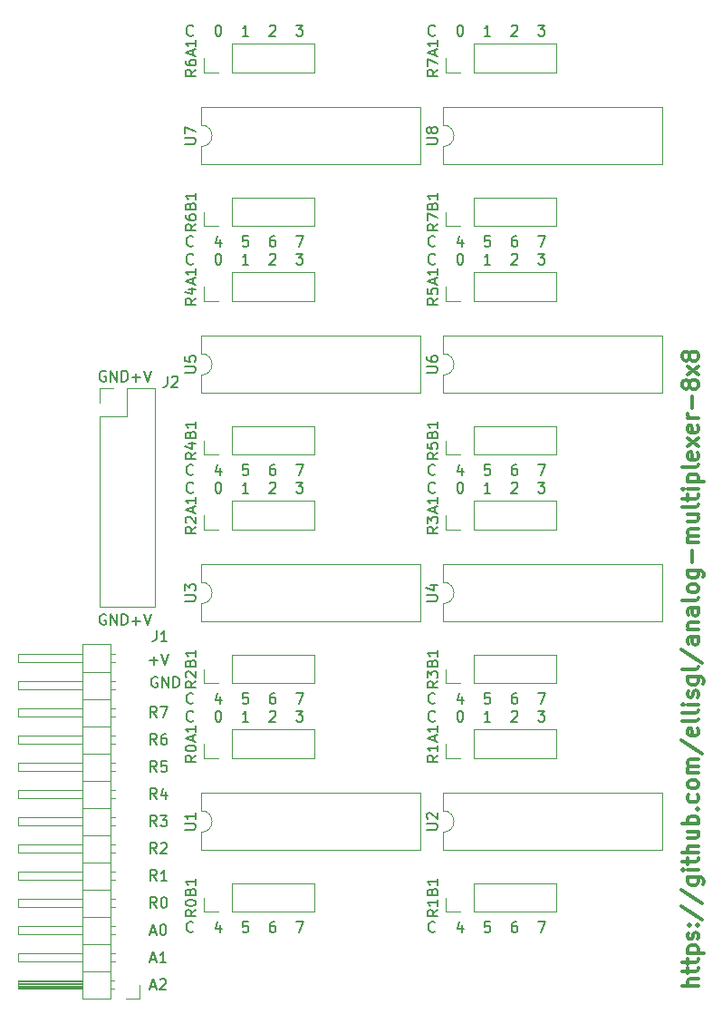
<source format=gbr>
G04 #@! TF.FileFunction,Legend,Top*
%FSLAX46Y46*%
G04 Gerber Fmt 4.6, Leading zero omitted, Abs format (unit mm)*
G04 Created by KiCad (PCBNEW 4.0.7) date 05/11/18 02:19:54*
%MOMM*%
%LPD*%
G01*
G04 APERTURE LIST*
%ADD10C,0.100000*%
%ADD11C,0.150000*%
%ADD12C,0.300000*%
%ADD13C,0.120000*%
G04 APERTURE END LIST*
D10*
D11*
X29035476Y-95321429D02*
X29797381Y-95321429D01*
X29416429Y-95702381D02*
X29416429Y-94940476D01*
X30130714Y-94702381D02*
X30464047Y-95702381D01*
X30797381Y-94702381D01*
X26543096Y-72017000D02*
X26447858Y-71969381D01*
X26305001Y-71969381D01*
X26162143Y-72017000D01*
X26066905Y-72112238D01*
X26019286Y-72207476D01*
X25971667Y-72397952D01*
X25971667Y-72540810D01*
X26019286Y-72731286D01*
X26066905Y-72826524D01*
X26162143Y-72921762D01*
X26305001Y-72969381D01*
X26400239Y-72969381D01*
X26543096Y-72921762D01*
X26590715Y-72874143D01*
X26590715Y-72540810D01*
X26400239Y-72540810D01*
X27019286Y-72969381D02*
X27019286Y-71969381D01*
X27590715Y-72969381D01*
X27590715Y-71969381D01*
X28066905Y-72969381D02*
X28066905Y-71969381D01*
X28305000Y-71969381D01*
X28447858Y-72017000D01*
X28543096Y-72112238D01*
X28590715Y-72207476D01*
X28638334Y-72397952D01*
X28638334Y-72540810D01*
X28590715Y-72731286D01*
X28543096Y-72826524D01*
X28447858Y-72921762D01*
X28305000Y-72969381D01*
X28066905Y-72969381D01*
X26543096Y-94750000D02*
X26447858Y-94702381D01*
X26305001Y-94702381D01*
X26162143Y-94750000D01*
X26066905Y-94845238D01*
X26019286Y-94940476D01*
X25971667Y-95130952D01*
X25971667Y-95273810D01*
X26019286Y-95464286D01*
X26066905Y-95559524D01*
X26162143Y-95654762D01*
X26305001Y-95702381D01*
X26400239Y-95702381D01*
X26543096Y-95654762D01*
X26590715Y-95607143D01*
X26590715Y-95273810D01*
X26400239Y-95273810D01*
X27019286Y-95702381D02*
X27019286Y-94702381D01*
X27590715Y-95702381D01*
X27590715Y-94702381D01*
X28066905Y-95702381D02*
X28066905Y-94702381D01*
X28305000Y-94702381D01*
X28447858Y-94750000D01*
X28543096Y-94845238D01*
X28590715Y-94940476D01*
X28638334Y-95130952D01*
X28638334Y-95273810D01*
X28590715Y-95464286D01*
X28543096Y-95559524D01*
X28447858Y-95654762D01*
X28305000Y-95702381D01*
X28066905Y-95702381D01*
X29035476Y-72588429D02*
X29797381Y-72588429D01*
X29416429Y-72969381D02*
X29416429Y-72207476D01*
X30130714Y-71969381D02*
X30464047Y-72969381D01*
X30797381Y-71969381D01*
D12*
X81958571Y-129393430D02*
X80458571Y-129393430D01*
X81958571Y-128750573D02*
X81172857Y-128750573D01*
X81030000Y-128822002D01*
X80958571Y-128964859D01*
X80958571Y-129179144D01*
X81030000Y-129322002D01*
X81101429Y-129393430D01*
X80958571Y-128250573D02*
X80958571Y-127679144D01*
X80458571Y-128036287D02*
X81744286Y-128036287D01*
X81887143Y-127964859D01*
X81958571Y-127822001D01*
X81958571Y-127679144D01*
X80958571Y-127393430D02*
X80958571Y-126822001D01*
X80458571Y-127179144D02*
X81744286Y-127179144D01*
X81887143Y-127107716D01*
X81958571Y-126964858D01*
X81958571Y-126822001D01*
X80958571Y-126322001D02*
X82458571Y-126322001D01*
X81030000Y-126322001D02*
X80958571Y-126179144D01*
X80958571Y-125893430D01*
X81030000Y-125750573D01*
X81101429Y-125679144D01*
X81244286Y-125607715D01*
X81672857Y-125607715D01*
X81815714Y-125679144D01*
X81887143Y-125750573D01*
X81958571Y-125893430D01*
X81958571Y-126179144D01*
X81887143Y-126322001D01*
X81887143Y-125036287D02*
X81958571Y-124893430D01*
X81958571Y-124607715D01*
X81887143Y-124464858D01*
X81744286Y-124393430D01*
X81672857Y-124393430D01*
X81530000Y-124464858D01*
X81458571Y-124607715D01*
X81458571Y-124822001D01*
X81387143Y-124964858D01*
X81244286Y-125036287D01*
X81172857Y-125036287D01*
X81030000Y-124964858D01*
X80958571Y-124822001D01*
X80958571Y-124607715D01*
X81030000Y-124464858D01*
X81815714Y-123750572D02*
X81887143Y-123679144D01*
X81958571Y-123750572D01*
X81887143Y-123822001D01*
X81815714Y-123750572D01*
X81958571Y-123750572D01*
X81030000Y-123750572D02*
X81101429Y-123679144D01*
X81172857Y-123750572D01*
X81101429Y-123822001D01*
X81030000Y-123750572D01*
X81172857Y-123750572D01*
X80387143Y-121964858D02*
X82315714Y-123250572D01*
X80387143Y-120393429D02*
X82315714Y-121679143D01*
X80958571Y-119250571D02*
X82172857Y-119250571D01*
X82315714Y-119322000D01*
X82387143Y-119393428D01*
X82458571Y-119536285D01*
X82458571Y-119750571D01*
X82387143Y-119893428D01*
X81887143Y-119250571D02*
X81958571Y-119393428D01*
X81958571Y-119679142D01*
X81887143Y-119822000D01*
X81815714Y-119893428D01*
X81672857Y-119964857D01*
X81244286Y-119964857D01*
X81101429Y-119893428D01*
X81030000Y-119822000D01*
X80958571Y-119679142D01*
X80958571Y-119393428D01*
X81030000Y-119250571D01*
X81958571Y-118536285D02*
X80958571Y-118536285D01*
X80458571Y-118536285D02*
X80530000Y-118607714D01*
X80601429Y-118536285D01*
X80530000Y-118464857D01*
X80458571Y-118536285D01*
X80601429Y-118536285D01*
X80958571Y-118036285D02*
X80958571Y-117464856D01*
X80458571Y-117821999D02*
X81744286Y-117821999D01*
X81887143Y-117750571D01*
X81958571Y-117607713D01*
X81958571Y-117464856D01*
X81958571Y-116964856D02*
X80458571Y-116964856D01*
X81958571Y-116321999D02*
X81172857Y-116321999D01*
X81030000Y-116393428D01*
X80958571Y-116536285D01*
X80958571Y-116750570D01*
X81030000Y-116893428D01*
X81101429Y-116964856D01*
X80958571Y-114964856D02*
X81958571Y-114964856D01*
X80958571Y-115607713D02*
X81744286Y-115607713D01*
X81887143Y-115536285D01*
X81958571Y-115393427D01*
X81958571Y-115179142D01*
X81887143Y-115036285D01*
X81815714Y-114964856D01*
X81958571Y-114250570D02*
X80458571Y-114250570D01*
X81030000Y-114250570D02*
X80958571Y-114107713D01*
X80958571Y-113821999D01*
X81030000Y-113679142D01*
X81101429Y-113607713D01*
X81244286Y-113536284D01*
X81672857Y-113536284D01*
X81815714Y-113607713D01*
X81887143Y-113679142D01*
X81958571Y-113821999D01*
X81958571Y-114107713D01*
X81887143Y-114250570D01*
X81815714Y-112893427D02*
X81887143Y-112821999D01*
X81958571Y-112893427D01*
X81887143Y-112964856D01*
X81815714Y-112893427D01*
X81958571Y-112893427D01*
X81887143Y-111536284D02*
X81958571Y-111679141D01*
X81958571Y-111964855D01*
X81887143Y-112107713D01*
X81815714Y-112179141D01*
X81672857Y-112250570D01*
X81244286Y-112250570D01*
X81101429Y-112179141D01*
X81030000Y-112107713D01*
X80958571Y-111964855D01*
X80958571Y-111679141D01*
X81030000Y-111536284D01*
X81958571Y-110679141D02*
X81887143Y-110821999D01*
X81815714Y-110893427D01*
X81672857Y-110964856D01*
X81244286Y-110964856D01*
X81101429Y-110893427D01*
X81030000Y-110821999D01*
X80958571Y-110679141D01*
X80958571Y-110464856D01*
X81030000Y-110321999D01*
X81101429Y-110250570D01*
X81244286Y-110179141D01*
X81672857Y-110179141D01*
X81815714Y-110250570D01*
X81887143Y-110321999D01*
X81958571Y-110464856D01*
X81958571Y-110679141D01*
X81958571Y-109536284D02*
X80958571Y-109536284D01*
X81101429Y-109536284D02*
X81030000Y-109464856D01*
X80958571Y-109321998D01*
X80958571Y-109107713D01*
X81030000Y-108964856D01*
X81172857Y-108893427D01*
X81958571Y-108893427D01*
X81172857Y-108893427D02*
X81030000Y-108821998D01*
X80958571Y-108679141D01*
X80958571Y-108464856D01*
X81030000Y-108321998D01*
X81172857Y-108250570D01*
X81958571Y-108250570D01*
X80387143Y-106464856D02*
X82315714Y-107750570D01*
X81887143Y-105393427D02*
X81958571Y-105536284D01*
X81958571Y-105821998D01*
X81887143Y-105964855D01*
X81744286Y-106036284D01*
X81172857Y-106036284D01*
X81030000Y-105964855D01*
X80958571Y-105821998D01*
X80958571Y-105536284D01*
X81030000Y-105393427D01*
X81172857Y-105321998D01*
X81315714Y-105321998D01*
X81458571Y-106036284D01*
X81958571Y-104464855D02*
X81887143Y-104607713D01*
X81744286Y-104679141D01*
X80458571Y-104679141D01*
X81958571Y-103679141D02*
X81887143Y-103821999D01*
X81744286Y-103893427D01*
X80458571Y-103893427D01*
X81958571Y-103107713D02*
X80958571Y-103107713D01*
X80458571Y-103107713D02*
X80530000Y-103179142D01*
X80601429Y-103107713D01*
X80530000Y-103036285D01*
X80458571Y-103107713D01*
X80601429Y-103107713D01*
X81887143Y-102464856D02*
X81958571Y-102321999D01*
X81958571Y-102036284D01*
X81887143Y-101893427D01*
X81744286Y-101821999D01*
X81672857Y-101821999D01*
X81530000Y-101893427D01*
X81458571Y-102036284D01*
X81458571Y-102250570D01*
X81387143Y-102393427D01*
X81244286Y-102464856D01*
X81172857Y-102464856D01*
X81030000Y-102393427D01*
X80958571Y-102250570D01*
X80958571Y-102036284D01*
X81030000Y-101893427D01*
X80958571Y-100536284D02*
X82172857Y-100536284D01*
X82315714Y-100607713D01*
X82387143Y-100679141D01*
X82458571Y-100821998D01*
X82458571Y-101036284D01*
X82387143Y-101179141D01*
X81887143Y-100536284D02*
X81958571Y-100679141D01*
X81958571Y-100964855D01*
X81887143Y-101107713D01*
X81815714Y-101179141D01*
X81672857Y-101250570D01*
X81244286Y-101250570D01*
X81101429Y-101179141D01*
X81030000Y-101107713D01*
X80958571Y-100964855D01*
X80958571Y-100679141D01*
X81030000Y-100536284D01*
X81958571Y-99607712D02*
X81887143Y-99750570D01*
X81744286Y-99821998D01*
X80458571Y-99821998D01*
X80387143Y-97964856D02*
X82315714Y-99250570D01*
X81958571Y-96821998D02*
X81172857Y-96821998D01*
X81030000Y-96893427D01*
X80958571Y-97036284D01*
X80958571Y-97321998D01*
X81030000Y-97464855D01*
X81887143Y-96821998D02*
X81958571Y-96964855D01*
X81958571Y-97321998D01*
X81887143Y-97464855D01*
X81744286Y-97536284D01*
X81601429Y-97536284D01*
X81458571Y-97464855D01*
X81387143Y-97321998D01*
X81387143Y-96964855D01*
X81315714Y-96821998D01*
X80958571Y-96107712D02*
X81958571Y-96107712D01*
X81101429Y-96107712D02*
X81030000Y-96036284D01*
X80958571Y-95893426D01*
X80958571Y-95679141D01*
X81030000Y-95536284D01*
X81172857Y-95464855D01*
X81958571Y-95464855D01*
X81958571Y-94107712D02*
X81172857Y-94107712D01*
X81030000Y-94179141D01*
X80958571Y-94321998D01*
X80958571Y-94607712D01*
X81030000Y-94750569D01*
X81887143Y-94107712D02*
X81958571Y-94250569D01*
X81958571Y-94607712D01*
X81887143Y-94750569D01*
X81744286Y-94821998D01*
X81601429Y-94821998D01*
X81458571Y-94750569D01*
X81387143Y-94607712D01*
X81387143Y-94250569D01*
X81315714Y-94107712D01*
X81958571Y-93179140D02*
X81887143Y-93321998D01*
X81744286Y-93393426D01*
X80458571Y-93393426D01*
X81958571Y-92393426D02*
X81887143Y-92536284D01*
X81815714Y-92607712D01*
X81672857Y-92679141D01*
X81244286Y-92679141D01*
X81101429Y-92607712D01*
X81030000Y-92536284D01*
X80958571Y-92393426D01*
X80958571Y-92179141D01*
X81030000Y-92036284D01*
X81101429Y-91964855D01*
X81244286Y-91893426D01*
X81672857Y-91893426D01*
X81815714Y-91964855D01*
X81887143Y-92036284D01*
X81958571Y-92179141D01*
X81958571Y-92393426D01*
X80958571Y-90607712D02*
X82172857Y-90607712D01*
X82315714Y-90679141D01*
X82387143Y-90750569D01*
X82458571Y-90893426D01*
X82458571Y-91107712D01*
X82387143Y-91250569D01*
X81887143Y-90607712D02*
X81958571Y-90750569D01*
X81958571Y-91036283D01*
X81887143Y-91179141D01*
X81815714Y-91250569D01*
X81672857Y-91321998D01*
X81244286Y-91321998D01*
X81101429Y-91250569D01*
X81030000Y-91179141D01*
X80958571Y-91036283D01*
X80958571Y-90750569D01*
X81030000Y-90607712D01*
X81387143Y-89893426D02*
X81387143Y-88750569D01*
X81958571Y-88036283D02*
X80958571Y-88036283D01*
X81101429Y-88036283D02*
X81030000Y-87964855D01*
X80958571Y-87821997D01*
X80958571Y-87607712D01*
X81030000Y-87464855D01*
X81172857Y-87393426D01*
X81958571Y-87393426D01*
X81172857Y-87393426D02*
X81030000Y-87321997D01*
X80958571Y-87179140D01*
X80958571Y-86964855D01*
X81030000Y-86821997D01*
X81172857Y-86750569D01*
X81958571Y-86750569D01*
X80958571Y-85393426D02*
X81958571Y-85393426D01*
X80958571Y-86036283D02*
X81744286Y-86036283D01*
X81887143Y-85964855D01*
X81958571Y-85821997D01*
X81958571Y-85607712D01*
X81887143Y-85464855D01*
X81815714Y-85393426D01*
X81958571Y-84464854D02*
X81887143Y-84607712D01*
X81744286Y-84679140D01*
X80458571Y-84679140D01*
X80958571Y-84107712D02*
X80958571Y-83536283D01*
X80458571Y-83893426D02*
X81744286Y-83893426D01*
X81887143Y-83821998D01*
X81958571Y-83679140D01*
X81958571Y-83536283D01*
X81958571Y-83036283D02*
X80958571Y-83036283D01*
X80458571Y-83036283D02*
X80530000Y-83107712D01*
X80601429Y-83036283D01*
X80530000Y-82964855D01*
X80458571Y-83036283D01*
X80601429Y-83036283D01*
X80958571Y-82321997D02*
X82458571Y-82321997D01*
X81030000Y-82321997D02*
X80958571Y-82179140D01*
X80958571Y-81893426D01*
X81030000Y-81750569D01*
X81101429Y-81679140D01*
X81244286Y-81607711D01*
X81672857Y-81607711D01*
X81815714Y-81679140D01*
X81887143Y-81750569D01*
X81958571Y-81893426D01*
X81958571Y-82179140D01*
X81887143Y-82321997D01*
X81958571Y-80750568D02*
X81887143Y-80893426D01*
X81744286Y-80964854D01*
X80458571Y-80964854D01*
X81887143Y-79607712D02*
X81958571Y-79750569D01*
X81958571Y-80036283D01*
X81887143Y-80179140D01*
X81744286Y-80250569D01*
X81172857Y-80250569D01*
X81030000Y-80179140D01*
X80958571Y-80036283D01*
X80958571Y-79750569D01*
X81030000Y-79607712D01*
X81172857Y-79536283D01*
X81315714Y-79536283D01*
X81458571Y-80250569D01*
X81958571Y-79036283D02*
X80958571Y-78250569D01*
X80958571Y-79036283D02*
X81958571Y-78250569D01*
X81887143Y-77107712D02*
X81958571Y-77250569D01*
X81958571Y-77536283D01*
X81887143Y-77679140D01*
X81744286Y-77750569D01*
X81172857Y-77750569D01*
X81030000Y-77679140D01*
X80958571Y-77536283D01*
X80958571Y-77250569D01*
X81030000Y-77107712D01*
X81172857Y-77036283D01*
X81315714Y-77036283D01*
X81458571Y-77750569D01*
X81958571Y-76393426D02*
X80958571Y-76393426D01*
X81244286Y-76393426D02*
X81101429Y-76321998D01*
X81030000Y-76250569D01*
X80958571Y-76107712D01*
X80958571Y-75964855D01*
X81387143Y-75464855D02*
X81387143Y-74321998D01*
X81101429Y-73393426D02*
X81030000Y-73536284D01*
X80958571Y-73607712D01*
X80815714Y-73679141D01*
X80744286Y-73679141D01*
X80601429Y-73607712D01*
X80530000Y-73536284D01*
X80458571Y-73393426D01*
X80458571Y-73107712D01*
X80530000Y-72964855D01*
X80601429Y-72893426D01*
X80744286Y-72821998D01*
X80815714Y-72821998D01*
X80958571Y-72893426D01*
X81030000Y-72964855D01*
X81101429Y-73107712D01*
X81101429Y-73393426D01*
X81172857Y-73536284D01*
X81244286Y-73607712D01*
X81387143Y-73679141D01*
X81672857Y-73679141D01*
X81815714Y-73607712D01*
X81887143Y-73536284D01*
X81958571Y-73393426D01*
X81958571Y-73107712D01*
X81887143Y-72964855D01*
X81815714Y-72893426D01*
X81672857Y-72821998D01*
X81387143Y-72821998D01*
X81244286Y-72893426D01*
X81172857Y-72964855D01*
X81101429Y-73107712D01*
X81958571Y-72321998D02*
X80958571Y-71536284D01*
X80958571Y-72321998D02*
X81958571Y-71536284D01*
X81101429Y-70750569D02*
X81030000Y-70893427D01*
X80958571Y-70964855D01*
X80815714Y-71036284D01*
X80744286Y-71036284D01*
X80601429Y-70964855D01*
X80530000Y-70893427D01*
X80458571Y-70750569D01*
X80458571Y-70464855D01*
X80530000Y-70321998D01*
X80601429Y-70250569D01*
X80744286Y-70179141D01*
X80815714Y-70179141D01*
X80958571Y-70250569D01*
X81030000Y-70321998D01*
X81101429Y-70464855D01*
X81101429Y-70750569D01*
X81172857Y-70893427D01*
X81244286Y-70964855D01*
X81387143Y-71036284D01*
X81672857Y-71036284D01*
X81815714Y-70964855D01*
X81887143Y-70893427D01*
X81958571Y-70750569D01*
X81958571Y-70464855D01*
X81887143Y-70321998D01*
X81815714Y-70250569D01*
X81672857Y-70179141D01*
X81387143Y-70179141D01*
X81244286Y-70250569D01*
X81172857Y-70321998D01*
X81101429Y-70464855D01*
D11*
X34726524Y-61952143D02*
X34678905Y-61999762D01*
X34536048Y-62047381D01*
X34440810Y-62047381D01*
X34297952Y-61999762D01*
X34202714Y-61904524D01*
X34155095Y-61809286D01*
X34107476Y-61618810D01*
X34107476Y-61475952D01*
X34155095Y-61285476D01*
X34202714Y-61190238D01*
X34297952Y-61095000D01*
X34440810Y-61047381D01*
X34536048Y-61047381D01*
X34678905Y-61095000D01*
X34726524Y-61142619D01*
X34726524Y-81637143D02*
X34678905Y-81684762D01*
X34536048Y-81732381D01*
X34440810Y-81732381D01*
X34297952Y-81684762D01*
X34202714Y-81589524D01*
X34155095Y-81494286D01*
X34107476Y-81303810D01*
X34107476Y-81160952D01*
X34155095Y-80970476D01*
X34202714Y-80875238D01*
X34297952Y-80780000D01*
X34440810Y-80732381D01*
X34536048Y-80732381D01*
X34678905Y-80780000D01*
X34726524Y-80827619D01*
X37036381Y-61047381D02*
X37131620Y-61047381D01*
X37226858Y-61095000D01*
X37274477Y-61142619D01*
X37322096Y-61237857D01*
X37369715Y-61428333D01*
X37369715Y-61666429D01*
X37322096Y-61856905D01*
X37274477Y-61952143D01*
X37226858Y-61999762D01*
X37131620Y-62047381D01*
X37036381Y-62047381D01*
X36941143Y-61999762D01*
X36893524Y-61952143D01*
X36845905Y-61856905D01*
X36798286Y-61666429D01*
X36798286Y-61428333D01*
X36845905Y-61237857D01*
X36893524Y-61142619D01*
X36941143Y-61095000D01*
X37036381Y-61047381D01*
X39909715Y-62047381D02*
X39338286Y-62047381D01*
X39624000Y-62047381D02*
X39624000Y-61047381D01*
X39528762Y-61190238D01*
X39433524Y-61285476D01*
X39338286Y-61333095D01*
X41878286Y-61142619D02*
X41925905Y-61095000D01*
X42021143Y-61047381D01*
X42259239Y-61047381D01*
X42354477Y-61095000D01*
X42402096Y-61142619D01*
X42449715Y-61237857D01*
X42449715Y-61333095D01*
X42402096Y-61475952D01*
X41830667Y-62047381D01*
X42449715Y-62047381D01*
X44370667Y-61047381D02*
X44989715Y-61047381D01*
X44656381Y-61428333D01*
X44799239Y-61428333D01*
X44894477Y-61475952D01*
X44942096Y-61523571D01*
X44989715Y-61618810D01*
X44989715Y-61856905D01*
X44942096Y-61952143D01*
X44894477Y-61999762D01*
X44799239Y-62047381D01*
X44513524Y-62047381D01*
X44418286Y-61999762D01*
X44370667Y-61952143D01*
X37274477Y-81065714D02*
X37274477Y-81732381D01*
X37036381Y-80684762D02*
X36798286Y-81399048D01*
X37417334Y-81399048D01*
X39862096Y-80732381D02*
X39385905Y-80732381D01*
X39338286Y-81208571D01*
X39385905Y-81160952D01*
X39481143Y-81113333D01*
X39719239Y-81113333D01*
X39814477Y-81160952D01*
X39862096Y-81208571D01*
X39909715Y-81303810D01*
X39909715Y-81541905D01*
X39862096Y-81637143D01*
X39814477Y-81684762D01*
X39719239Y-81732381D01*
X39481143Y-81732381D01*
X39385905Y-81684762D01*
X39338286Y-81637143D01*
X42354477Y-80732381D02*
X42164000Y-80732381D01*
X42068762Y-80780000D01*
X42021143Y-80827619D01*
X41925905Y-80970476D01*
X41878286Y-81160952D01*
X41878286Y-81541905D01*
X41925905Y-81637143D01*
X41973524Y-81684762D01*
X42068762Y-81732381D01*
X42259239Y-81732381D01*
X42354477Y-81684762D01*
X42402096Y-81637143D01*
X42449715Y-81541905D01*
X42449715Y-81303810D01*
X42402096Y-81208571D01*
X42354477Y-81160952D01*
X42259239Y-81113333D01*
X42068762Y-81113333D01*
X41973524Y-81160952D01*
X41925905Y-81208571D01*
X41878286Y-81303810D01*
X44370667Y-80732381D02*
X45037334Y-80732381D01*
X44608762Y-81732381D01*
X66976667Y-80732381D02*
X67643334Y-80732381D01*
X67214762Y-81732381D01*
X64960477Y-80732381D02*
X64770000Y-80732381D01*
X64674762Y-80780000D01*
X64627143Y-80827619D01*
X64531905Y-80970476D01*
X64484286Y-81160952D01*
X64484286Y-81541905D01*
X64531905Y-81637143D01*
X64579524Y-81684762D01*
X64674762Y-81732381D01*
X64865239Y-81732381D01*
X64960477Y-81684762D01*
X65008096Y-81637143D01*
X65055715Y-81541905D01*
X65055715Y-81303810D01*
X65008096Y-81208571D01*
X64960477Y-81160952D01*
X64865239Y-81113333D01*
X64674762Y-81113333D01*
X64579524Y-81160952D01*
X64531905Y-81208571D01*
X64484286Y-81303810D01*
X62468096Y-80732381D02*
X61991905Y-80732381D01*
X61944286Y-81208571D01*
X61991905Y-81160952D01*
X62087143Y-81113333D01*
X62325239Y-81113333D01*
X62420477Y-81160952D01*
X62468096Y-81208571D01*
X62515715Y-81303810D01*
X62515715Y-81541905D01*
X62468096Y-81637143D01*
X62420477Y-81684762D01*
X62325239Y-81732381D01*
X62087143Y-81732381D01*
X61991905Y-81684762D01*
X61944286Y-81637143D01*
X59880477Y-81065714D02*
X59880477Y-81732381D01*
X59642381Y-80684762D02*
X59404286Y-81399048D01*
X60023334Y-81399048D01*
X66976667Y-61047381D02*
X67595715Y-61047381D01*
X67262381Y-61428333D01*
X67405239Y-61428333D01*
X67500477Y-61475952D01*
X67548096Y-61523571D01*
X67595715Y-61618810D01*
X67595715Y-61856905D01*
X67548096Y-61952143D01*
X67500477Y-61999762D01*
X67405239Y-62047381D01*
X67119524Y-62047381D01*
X67024286Y-61999762D01*
X66976667Y-61952143D01*
X64484286Y-61142619D02*
X64531905Y-61095000D01*
X64627143Y-61047381D01*
X64865239Y-61047381D01*
X64960477Y-61095000D01*
X65008096Y-61142619D01*
X65055715Y-61237857D01*
X65055715Y-61333095D01*
X65008096Y-61475952D01*
X64436667Y-62047381D01*
X65055715Y-62047381D01*
X62515715Y-62047381D02*
X61944286Y-62047381D01*
X62230000Y-62047381D02*
X62230000Y-61047381D01*
X62134762Y-61190238D01*
X62039524Y-61285476D01*
X61944286Y-61333095D01*
X59642381Y-61047381D02*
X59737620Y-61047381D01*
X59832858Y-61095000D01*
X59880477Y-61142619D01*
X59928096Y-61237857D01*
X59975715Y-61428333D01*
X59975715Y-61666429D01*
X59928096Y-61856905D01*
X59880477Y-61952143D01*
X59832858Y-61999762D01*
X59737620Y-62047381D01*
X59642381Y-62047381D01*
X59547143Y-61999762D01*
X59499524Y-61952143D01*
X59451905Y-61856905D01*
X59404286Y-61666429D01*
X59404286Y-61428333D01*
X59451905Y-61237857D01*
X59499524Y-61142619D01*
X59547143Y-61095000D01*
X59642381Y-61047381D01*
X57332524Y-81637143D02*
X57284905Y-81684762D01*
X57142048Y-81732381D01*
X57046810Y-81732381D01*
X56903952Y-81684762D01*
X56808714Y-81589524D01*
X56761095Y-81494286D01*
X56713476Y-81303810D01*
X56713476Y-81160952D01*
X56761095Y-80970476D01*
X56808714Y-80875238D01*
X56903952Y-80780000D01*
X57046810Y-80732381D01*
X57142048Y-80732381D01*
X57284905Y-80780000D01*
X57332524Y-80827619D01*
X57332524Y-61952143D02*
X57284905Y-61999762D01*
X57142048Y-62047381D01*
X57046810Y-62047381D01*
X56903952Y-61999762D01*
X56808714Y-61904524D01*
X56761095Y-61809286D01*
X56713476Y-61618810D01*
X56713476Y-61475952D01*
X56761095Y-61285476D01*
X56808714Y-61190238D01*
X56903952Y-61095000D01*
X57046810Y-61047381D01*
X57142048Y-61047381D01*
X57284905Y-61095000D01*
X57332524Y-61142619D01*
X57332524Y-40616143D02*
X57284905Y-40663762D01*
X57142048Y-40711381D01*
X57046810Y-40711381D01*
X56903952Y-40663762D01*
X56808714Y-40568524D01*
X56761095Y-40473286D01*
X56713476Y-40282810D01*
X56713476Y-40139952D01*
X56761095Y-39949476D01*
X56808714Y-39854238D01*
X56903952Y-39759000D01*
X57046810Y-39711381D01*
X57142048Y-39711381D01*
X57284905Y-39759000D01*
X57332524Y-39806619D01*
X57332524Y-60301143D02*
X57284905Y-60348762D01*
X57142048Y-60396381D01*
X57046810Y-60396381D01*
X56903952Y-60348762D01*
X56808714Y-60253524D01*
X56761095Y-60158286D01*
X56713476Y-59967810D01*
X56713476Y-59824952D01*
X56761095Y-59634476D01*
X56808714Y-59539238D01*
X56903952Y-59444000D01*
X57046810Y-59396381D01*
X57142048Y-59396381D01*
X57284905Y-59444000D01*
X57332524Y-59491619D01*
X59642381Y-39711381D02*
X59737620Y-39711381D01*
X59832858Y-39759000D01*
X59880477Y-39806619D01*
X59928096Y-39901857D01*
X59975715Y-40092333D01*
X59975715Y-40330429D01*
X59928096Y-40520905D01*
X59880477Y-40616143D01*
X59832858Y-40663762D01*
X59737620Y-40711381D01*
X59642381Y-40711381D01*
X59547143Y-40663762D01*
X59499524Y-40616143D01*
X59451905Y-40520905D01*
X59404286Y-40330429D01*
X59404286Y-40092333D01*
X59451905Y-39901857D01*
X59499524Y-39806619D01*
X59547143Y-39759000D01*
X59642381Y-39711381D01*
X62515715Y-40711381D02*
X61944286Y-40711381D01*
X62230000Y-40711381D02*
X62230000Y-39711381D01*
X62134762Y-39854238D01*
X62039524Y-39949476D01*
X61944286Y-39997095D01*
X64484286Y-39806619D02*
X64531905Y-39759000D01*
X64627143Y-39711381D01*
X64865239Y-39711381D01*
X64960477Y-39759000D01*
X65008096Y-39806619D01*
X65055715Y-39901857D01*
X65055715Y-39997095D01*
X65008096Y-40139952D01*
X64436667Y-40711381D01*
X65055715Y-40711381D01*
X66976667Y-39711381D02*
X67595715Y-39711381D01*
X67262381Y-40092333D01*
X67405239Y-40092333D01*
X67500477Y-40139952D01*
X67548096Y-40187571D01*
X67595715Y-40282810D01*
X67595715Y-40520905D01*
X67548096Y-40616143D01*
X67500477Y-40663762D01*
X67405239Y-40711381D01*
X67119524Y-40711381D01*
X67024286Y-40663762D01*
X66976667Y-40616143D01*
X59880477Y-59729714D02*
X59880477Y-60396381D01*
X59642381Y-59348762D02*
X59404286Y-60063048D01*
X60023334Y-60063048D01*
X62468096Y-59396381D02*
X61991905Y-59396381D01*
X61944286Y-59872571D01*
X61991905Y-59824952D01*
X62087143Y-59777333D01*
X62325239Y-59777333D01*
X62420477Y-59824952D01*
X62468096Y-59872571D01*
X62515715Y-59967810D01*
X62515715Y-60205905D01*
X62468096Y-60301143D01*
X62420477Y-60348762D01*
X62325239Y-60396381D01*
X62087143Y-60396381D01*
X61991905Y-60348762D01*
X61944286Y-60301143D01*
X64960477Y-59396381D02*
X64770000Y-59396381D01*
X64674762Y-59444000D01*
X64627143Y-59491619D01*
X64531905Y-59634476D01*
X64484286Y-59824952D01*
X64484286Y-60205905D01*
X64531905Y-60301143D01*
X64579524Y-60348762D01*
X64674762Y-60396381D01*
X64865239Y-60396381D01*
X64960477Y-60348762D01*
X65008096Y-60301143D01*
X65055715Y-60205905D01*
X65055715Y-59967810D01*
X65008096Y-59872571D01*
X64960477Y-59824952D01*
X64865239Y-59777333D01*
X64674762Y-59777333D01*
X64579524Y-59824952D01*
X64531905Y-59872571D01*
X64484286Y-59967810D01*
X66976667Y-59396381D02*
X67643334Y-59396381D01*
X67214762Y-60396381D01*
X44370667Y-59396381D02*
X45037334Y-59396381D01*
X44608762Y-60396381D01*
X42354477Y-59396381D02*
X42164000Y-59396381D01*
X42068762Y-59444000D01*
X42021143Y-59491619D01*
X41925905Y-59634476D01*
X41878286Y-59824952D01*
X41878286Y-60205905D01*
X41925905Y-60301143D01*
X41973524Y-60348762D01*
X42068762Y-60396381D01*
X42259239Y-60396381D01*
X42354477Y-60348762D01*
X42402096Y-60301143D01*
X42449715Y-60205905D01*
X42449715Y-59967810D01*
X42402096Y-59872571D01*
X42354477Y-59824952D01*
X42259239Y-59777333D01*
X42068762Y-59777333D01*
X41973524Y-59824952D01*
X41925905Y-59872571D01*
X41878286Y-59967810D01*
X39862096Y-59396381D02*
X39385905Y-59396381D01*
X39338286Y-59872571D01*
X39385905Y-59824952D01*
X39481143Y-59777333D01*
X39719239Y-59777333D01*
X39814477Y-59824952D01*
X39862096Y-59872571D01*
X39909715Y-59967810D01*
X39909715Y-60205905D01*
X39862096Y-60301143D01*
X39814477Y-60348762D01*
X39719239Y-60396381D01*
X39481143Y-60396381D01*
X39385905Y-60348762D01*
X39338286Y-60301143D01*
X37274477Y-59729714D02*
X37274477Y-60396381D01*
X37036381Y-59348762D02*
X36798286Y-60063048D01*
X37417334Y-60063048D01*
X44370667Y-39711381D02*
X44989715Y-39711381D01*
X44656381Y-40092333D01*
X44799239Y-40092333D01*
X44894477Y-40139952D01*
X44942096Y-40187571D01*
X44989715Y-40282810D01*
X44989715Y-40520905D01*
X44942096Y-40616143D01*
X44894477Y-40663762D01*
X44799239Y-40711381D01*
X44513524Y-40711381D01*
X44418286Y-40663762D01*
X44370667Y-40616143D01*
X41878286Y-39806619D02*
X41925905Y-39759000D01*
X42021143Y-39711381D01*
X42259239Y-39711381D01*
X42354477Y-39759000D01*
X42402096Y-39806619D01*
X42449715Y-39901857D01*
X42449715Y-39997095D01*
X42402096Y-40139952D01*
X41830667Y-40711381D01*
X42449715Y-40711381D01*
X39909715Y-40711381D02*
X39338286Y-40711381D01*
X39624000Y-40711381D02*
X39624000Y-39711381D01*
X39528762Y-39854238D01*
X39433524Y-39949476D01*
X39338286Y-39997095D01*
X37036381Y-39711381D02*
X37131620Y-39711381D01*
X37226858Y-39759000D01*
X37274477Y-39806619D01*
X37322096Y-39901857D01*
X37369715Y-40092333D01*
X37369715Y-40330429D01*
X37322096Y-40520905D01*
X37274477Y-40616143D01*
X37226858Y-40663762D01*
X37131620Y-40711381D01*
X37036381Y-40711381D01*
X36941143Y-40663762D01*
X36893524Y-40616143D01*
X36845905Y-40520905D01*
X36798286Y-40330429D01*
X36798286Y-40092333D01*
X36845905Y-39901857D01*
X36893524Y-39806619D01*
X36941143Y-39759000D01*
X37036381Y-39711381D01*
X34726524Y-60301143D02*
X34678905Y-60348762D01*
X34536048Y-60396381D01*
X34440810Y-60396381D01*
X34297952Y-60348762D01*
X34202714Y-60253524D01*
X34155095Y-60158286D01*
X34107476Y-59967810D01*
X34107476Y-59824952D01*
X34155095Y-59634476D01*
X34202714Y-59539238D01*
X34297952Y-59444000D01*
X34440810Y-59396381D01*
X34536048Y-59396381D01*
X34678905Y-59444000D01*
X34726524Y-59491619D01*
X34726524Y-40616143D02*
X34678905Y-40663762D01*
X34536048Y-40711381D01*
X34440810Y-40711381D01*
X34297952Y-40663762D01*
X34202714Y-40568524D01*
X34155095Y-40473286D01*
X34107476Y-40282810D01*
X34107476Y-40139952D01*
X34155095Y-39949476D01*
X34202714Y-39854238D01*
X34297952Y-39759000D01*
X34440810Y-39711381D01*
X34536048Y-39711381D01*
X34678905Y-39759000D01*
X34726524Y-39806619D01*
X34726524Y-83288143D02*
X34678905Y-83335762D01*
X34536048Y-83383381D01*
X34440810Y-83383381D01*
X34297952Y-83335762D01*
X34202714Y-83240524D01*
X34155095Y-83145286D01*
X34107476Y-82954810D01*
X34107476Y-82811952D01*
X34155095Y-82621476D01*
X34202714Y-82526238D01*
X34297952Y-82431000D01*
X34440810Y-82383381D01*
X34536048Y-82383381D01*
X34678905Y-82431000D01*
X34726524Y-82478619D01*
X34726524Y-102973143D02*
X34678905Y-103020762D01*
X34536048Y-103068381D01*
X34440810Y-103068381D01*
X34297952Y-103020762D01*
X34202714Y-102925524D01*
X34155095Y-102830286D01*
X34107476Y-102639810D01*
X34107476Y-102496952D01*
X34155095Y-102306476D01*
X34202714Y-102211238D01*
X34297952Y-102116000D01*
X34440810Y-102068381D01*
X34536048Y-102068381D01*
X34678905Y-102116000D01*
X34726524Y-102163619D01*
X37036381Y-82383381D02*
X37131620Y-82383381D01*
X37226858Y-82431000D01*
X37274477Y-82478619D01*
X37322096Y-82573857D01*
X37369715Y-82764333D01*
X37369715Y-83002429D01*
X37322096Y-83192905D01*
X37274477Y-83288143D01*
X37226858Y-83335762D01*
X37131620Y-83383381D01*
X37036381Y-83383381D01*
X36941143Y-83335762D01*
X36893524Y-83288143D01*
X36845905Y-83192905D01*
X36798286Y-83002429D01*
X36798286Y-82764333D01*
X36845905Y-82573857D01*
X36893524Y-82478619D01*
X36941143Y-82431000D01*
X37036381Y-82383381D01*
X39909715Y-83383381D02*
X39338286Y-83383381D01*
X39624000Y-83383381D02*
X39624000Y-82383381D01*
X39528762Y-82526238D01*
X39433524Y-82621476D01*
X39338286Y-82669095D01*
X41878286Y-82478619D02*
X41925905Y-82431000D01*
X42021143Y-82383381D01*
X42259239Y-82383381D01*
X42354477Y-82431000D01*
X42402096Y-82478619D01*
X42449715Y-82573857D01*
X42449715Y-82669095D01*
X42402096Y-82811952D01*
X41830667Y-83383381D01*
X42449715Y-83383381D01*
X44370667Y-82383381D02*
X44989715Y-82383381D01*
X44656381Y-82764333D01*
X44799239Y-82764333D01*
X44894477Y-82811952D01*
X44942096Y-82859571D01*
X44989715Y-82954810D01*
X44989715Y-83192905D01*
X44942096Y-83288143D01*
X44894477Y-83335762D01*
X44799239Y-83383381D01*
X44513524Y-83383381D01*
X44418286Y-83335762D01*
X44370667Y-83288143D01*
X37274477Y-102401714D02*
X37274477Y-103068381D01*
X37036381Y-102020762D02*
X36798286Y-102735048D01*
X37417334Y-102735048D01*
X39862096Y-102068381D02*
X39385905Y-102068381D01*
X39338286Y-102544571D01*
X39385905Y-102496952D01*
X39481143Y-102449333D01*
X39719239Y-102449333D01*
X39814477Y-102496952D01*
X39862096Y-102544571D01*
X39909715Y-102639810D01*
X39909715Y-102877905D01*
X39862096Y-102973143D01*
X39814477Y-103020762D01*
X39719239Y-103068381D01*
X39481143Y-103068381D01*
X39385905Y-103020762D01*
X39338286Y-102973143D01*
X42354477Y-102068381D02*
X42164000Y-102068381D01*
X42068762Y-102116000D01*
X42021143Y-102163619D01*
X41925905Y-102306476D01*
X41878286Y-102496952D01*
X41878286Y-102877905D01*
X41925905Y-102973143D01*
X41973524Y-103020762D01*
X42068762Y-103068381D01*
X42259239Y-103068381D01*
X42354477Y-103020762D01*
X42402096Y-102973143D01*
X42449715Y-102877905D01*
X42449715Y-102639810D01*
X42402096Y-102544571D01*
X42354477Y-102496952D01*
X42259239Y-102449333D01*
X42068762Y-102449333D01*
X41973524Y-102496952D01*
X41925905Y-102544571D01*
X41878286Y-102639810D01*
X44370667Y-102068381D02*
X45037334Y-102068381D01*
X44608762Y-103068381D01*
X66976667Y-102068381D02*
X67643334Y-102068381D01*
X67214762Y-103068381D01*
X64960477Y-102068381D02*
X64770000Y-102068381D01*
X64674762Y-102116000D01*
X64627143Y-102163619D01*
X64531905Y-102306476D01*
X64484286Y-102496952D01*
X64484286Y-102877905D01*
X64531905Y-102973143D01*
X64579524Y-103020762D01*
X64674762Y-103068381D01*
X64865239Y-103068381D01*
X64960477Y-103020762D01*
X65008096Y-102973143D01*
X65055715Y-102877905D01*
X65055715Y-102639810D01*
X65008096Y-102544571D01*
X64960477Y-102496952D01*
X64865239Y-102449333D01*
X64674762Y-102449333D01*
X64579524Y-102496952D01*
X64531905Y-102544571D01*
X64484286Y-102639810D01*
X62468096Y-102068381D02*
X61991905Y-102068381D01*
X61944286Y-102544571D01*
X61991905Y-102496952D01*
X62087143Y-102449333D01*
X62325239Y-102449333D01*
X62420477Y-102496952D01*
X62468096Y-102544571D01*
X62515715Y-102639810D01*
X62515715Y-102877905D01*
X62468096Y-102973143D01*
X62420477Y-103020762D01*
X62325239Y-103068381D01*
X62087143Y-103068381D01*
X61991905Y-103020762D01*
X61944286Y-102973143D01*
X59880477Y-102401714D02*
X59880477Y-103068381D01*
X59642381Y-102020762D02*
X59404286Y-102735048D01*
X60023334Y-102735048D01*
X66976667Y-82383381D02*
X67595715Y-82383381D01*
X67262381Y-82764333D01*
X67405239Y-82764333D01*
X67500477Y-82811952D01*
X67548096Y-82859571D01*
X67595715Y-82954810D01*
X67595715Y-83192905D01*
X67548096Y-83288143D01*
X67500477Y-83335762D01*
X67405239Y-83383381D01*
X67119524Y-83383381D01*
X67024286Y-83335762D01*
X66976667Y-83288143D01*
X64484286Y-82478619D02*
X64531905Y-82431000D01*
X64627143Y-82383381D01*
X64865239Y-82383381D01*
X64960477Y-82431000D01*
X65008096Y-82478619D01*
X65055715Y-82573857D01*
X65055715Y-82669095D01*
X65008096Y-82811952D01*
X64436667Y-83383381D01*
X65055715Y-83383381D01*
X62515715Y-83383381D02*
X61944286Y-83383381D01*
X62230000Y-83383381D02*
X62230000Y-82383381D01*
X62134762Y-82526238D01*
X62039524Y-82621476D01*
X61944286Y-82669095D01*
X59642381Y-82383381D02*
X59737620Y-82383381D01*
X59832858Y-82431000D01*
X59880477Y-82478619D01*
X59928096Y-82573857D01*
X59975715Y-82764333D01*
X59975715Y-83002429D01*
X59928096Y-83192905D01*
X59880477Y-83288143D01*
X59832858Y-83335762D01*
X59737620Y-83383381D01*
X59642381Y-83383381D01*
X59547143Y-83335762D01*
X59499524Y-83288143D01*
X59451905Y-83192905D01*
X59404286Y-83002429D01*
X59404286Y-82764333D01*
X59451905Y-82573857D01*
X59499524Y-82478619D01*
X59547143Y-82431000D01*
X59642381Y-82383381D01*
X57332524Y-102973143D02*
X57284905Y-103020762D01*
X57142048Y-103068381D01*
X57046810Y-103068381D01*
X56903952Y-103020762D01*
X56808714Y-102925524D01*
X56761095Y-102830286D01*
X56713476Y-102639810D01*
X56713476Y-102496952D01*
X56761095Y-102306476D01*
X56808714Y-102211238D01*
X56903952Y-102116000D01*
X57046810Y-102068381D01*
X57142048Y-102068381D01*
X57284905Y-102116000D01*
X57332524Y-102163619D01*
X57332524Y-83288143D02*
X57284905Y-83335762D01*
X57142048Y-83383381D01*
X57046810Y-83383381D01*
X56903952Y-83335762D01*
X56808714Y-83240524D01*
X56761095Y-83145286D01*
X56713476Y-82954810D01*
X56713476Y-82811952D01*
X56761095Y-82621476D01*
X56808714Y-82526238D01*
X56903952Y-82431000D01*
X57046810Y-82383381D01*
X57142048Y-82383381D01*
X57284905Y-82431000D01*
X57332524Y-82478619D01*
X57332524Y-104624143D02*
X57284905Y-104671762D01*
X57142048Y-104719381D01*
X57046810Y-104719381D01*
X56903952Y-104671762D01*
X56808714Y-104576524D01*
X56761095Y-104481286D01*
X56713476Y-104290810D01*
X56713476Y-104147952D01*
X56761095Y-103957476D01*
X56808714Y-103862238D01*
X56903952Y-103767000D01*
X57046810Y-103719381D01*
X57142048Y-103719381D01*
X57284905Y-103767000D01*
X57332524Y-103814619D01*
X57332524Y-124309143D02*
X57284905Y-124356762D01*
X57142048Y-124404381D01*
X57046810Y-124404381D01*
X56903952Y-124356762D01*
X56808714Y-124261524D01*
X56761095Y-124166286D01*
X56713476Y-123975810D01*
X56713476Y-123832952D01*
X56761095Y-123642476D01*
X56808714Y-123547238D01*
X56903952Y-123452000D01*
X57046810Y-123404381D01*
X57142048Y-123404381D01*
X57284905Y-123452000D01*
X57332524Y-123499619D01*
X59642381Y-103719381D02*
X59737620Y-103719381D01*
X59832858Y-103767000D01*
X59880477Y-103814619D01*
X59928096Y-103909857D01*
X59975715Y-104100333D01*
X59975715Y-104338429D01*
X59928096Y-104528905D01*
X59880477Y-104624143D01*
X59832858Y-104671762D01*
X59737620Y-104719381D01*
X59642381Y-104719381D01*
X59547143Y-104671762D01*
X59499524Y-104624143D01*
X59451905Y-104528905D01*
X59404286Y-104338429D01*
X59404286Y-104100333D01*
X59451905Y-103909857D01*
X59499524Y-103814619D01*
X59547143Y-103767000D01*
X59642381Y-103719381D01*
X62515715Y-104719381D02*
X61944286Y-104719381D01*
X62230000Y-104719381D02*
X62230000Y-103719381D01*
X62134762Y-103862238D01*
X62039524Y-103957476D01*
X61944286Y-104005095D01*
X64484286Y-103814619D02*
X64531905Y-103767000D01*
X64627143Y-103719381D01*
X64865239Y-103719381D01*
X64960477Y-103767000D01*
X65008096Y-103814619D01*
X65055715Y-103909857D01*
X65055715Y-104005095D01*
X65008096Y-104147952D01*
X64436667Y-104719381D01*
X65055715Y-104719381D01*
X66976667Y-103719381D02*
X67595715Y-103719381D01*
X67262381Y-104100333D01*
X67405239Y-104100333D01*
X67500477Y-104147952D01*
X67548096Y-104195571D01*
X67595715Y-104290810D01*
X67595715Y-104528905D01*
X67548096Y-104624143D01*
X67500477Y-104671762D01*
X67405239Y-104719381D01*
X67119524Y-104719381D01*
X67024286Y-104671762D01*
X66976667Y-104624143D01*
X59880477Y-123737714D02*
X59880477Y-124404381D01*
X59642381Y-123356762D02*
X59404286Y-124071048D01*
X60023334Y-124071048D01*
X62468096Y-123404381D02*
X61991905Y-123404381D01*
X61944286Y-123880571D01*
X61991905Y-123832952D01*
X62087143Y-123785333D01*
X62325239Y-123785333D01*
X62420477Y-123832952D01*
X62468096Y-123880571D01*
X62515715Y-123975810D01*
X62515715Y-124213905D01*
X62468096Y-124309143D01*
X62420477Y-124356762D01*
X62325239Y-124404381D01*
X62087143Y-124404381D01*
X61991905Y-124356762D01*
X61944286Y-124309143D01*
X64960477Y-123404381D02*
X64770000Y-123404381D01*
X64674762Y-123452000D01*
X64627143Y-123499619D01*
X64531905Y-123642476D01*
X64484286Y-123832952D01*
X64484286Y-124213905D01*
X64531905Y-124309143D01*
X64579524Y-124356762D01*
X64674762Y-124404381D01*
X64865239Y-124404381D01*
X64960477Y-124356762D01*
X65008096Y-124309143D01*
X65055715Y-124213905D01*
X65055715Y-123975810D01*
X65008096Y-123880571D01*
X64960477Y-123832952D01*
X64865239Y-123785333D01*
X64674762Y-123785333D01*
X64579524Y-123832952D01*
X64531905Y-123880571D01*
X64484286Y-123975810D01*
X66976667Y-123404381D02*
X67643334Y-123404381D01*
X67214762Y-124404381D01*
X44370667Y-123404381D02*
X45037334Y-123404381D01*
X44608762Y-124404381D01*
X42354477Y-123404381D02*
X42164000Y-123404381D01*
X42068762Y-123452000D01*
X42021143Y-123499619D01*
X41925905Y-123642476D01*
X41878286Y-123832952D01*
X41878286Y-124213905D01*
X41925905Y-124309143D01*
X41973524Y-124356762D01*
X42068762Y-124404381D01*
X42259239Y-124404381D01*
X42354477Y-124356762D01*
X42402096Y-124309143D01*
X42449715Y-124213905D01*
X42449715Y-123975810D01*
X42402096Y-123880571D01*
X42354477Y-123832952D01*
X42259239Y-123785333D01*
X42068762Y-123785333D01*
X41973524Y-123832952D01*
X41925905Y-123880571D01*
X41878286Y-123975810D01*
X39862096Y-123404381D02*
X39385905Y-123404381D01*
X39338286Y-123880571D01*
X39385905Y-123832952D01*
X39481143Y-123785333D01*
X39719239Y-123785333D01*
X39814477Y-123832952D01*
X39862096Y-123880571D01*
X39909715Y-123975810D01*
X39909715Y-124213905D01*
X39862096Y-124309143D01*
X39814477Y-124356762D01*
X39719239Y-124404381D01*
X39481143Y-124404381D01*
X39385905Y-124356762D01*
X39338286Y-124309143D01*
X37274477Y-123737714D02*
X37274477Y-124404381D01*
X37036381Y-123356762D02*
X36798286Y-124071048D01*
X37417334Y-124071048D01*
X44370667Y-103719381D02*
X44989715Y-103719381D01*
X44656381Y-104100333D01*
X44799239Y-104100333D01*
X44894477Y-104147952D01*
X44942096Y-104195571D01*
X44989715Y-104290810D01*
X44989715Y-104528905D01*
X44942096Y-104624143D01*
X44894477Y-104671762D01*
X44799239Y-104719381D01*
X44513524Y-104719381D01*
X44418286Y-104671762D01*
X44370667Y-104624143D01*
X41878286Y-103814619D02*
X41925905Y-103767000D01*
X42021143Y-103719381D01*
X42259239Y-103719381D01*
X42354477Y-103767000D01*
X42402096Y-103814619D01*
X42449715Y-103909857D01*
X42449715Y-104005095D01*
X42402096Y-104147952D01*
X41830667Y-104719381D01*
X42449715Y-104719381D01*
X39909715Y-104719381D02*
X39338286Y-104719381D01*
X39624000Y-104719381D02*
X39624000Y-103719381D01*
X39528762Y-103862238D01*
X39433524Y-103957476D01*
X39338286Y-104005095D01*
X37036381Y-103719381D02*
X37131620Y-103719381D01*
X37226858Y-103767000D01*
X37274477Y-103814619D01*
X37322096Y-103909857D01*
X37369715Y-104100333D01*
X37369715Y-104338429D01*
X37322096Y-104528905D01*
X37274477Y-104624143D01*
X37226858Y-104671762D01*
X37131620Y-104719381D01*
X37036381Y-104719381D01*
X36941143Y-104671762D01*
X36893524Y-104624143D01*
X36845905Y-104528905D01*
X36798286Y-104338429D01*
X36798286Y-104100333D01*
X36845905Y-103909857D01*
X36893524Y-103814619D01*
X36941143Y-103767000D01*
X37036381Y-103719381D01*
X34726524Y-124309143D02*
X34678905Y-124356762D01*
X34536048Y-124404381D01*
X34440810Y-124404381D01*
X34297952Y-124356762D01*
X34202714Y-124261524D01*
X34155095Y-124166286D01*
X34107476Y-123975810D01*
X34107476Y-123832952D01*
X34155095Y-123642476D01*
X34202714Y-123547238D01*
X34297952Y-123452000D01*
X34440810Y-123404381D01*
X34536048Y-123404381D01*
X34678905Y-123452000D01*
X34726524Y-123499619D01*
X34726524Y-104624143D02*
X34678905Y-104671762D01*
X34536048Y-104719381D01*
X34440810Y-104719381D01*
X34297952Y-104671762D01*
X34202714Y-104576524D01*
X34155095Y-104481286D01*
X34107476Y-104290810D01*
X34107476Y-104147952D01*
X34155095Y-103957476D01*
X34202714Y-103862238D01*
X34297952Y-103767000D01*
X34440810Y-103719381D01*
X34536048Y-103719381D01*
X34678905Y-103767000D01*
X34726524Y-103814619D01*
X30781714Y-129452667D02*
X31257905Y-129452667D01*
X30686476Y-129738381D02*
X31019809Y-128738381D01*
X31353143Y-129738381D01*
X31638857Y-128833619D02*
X31686476Y-128786000D01*
X31781714Y-128738381D01*
X32019810Y-128738381D01*
X32115048Y-128786000D01*
X32162667Y-128833619D01*
X32210286Y-128928857D01*
X32210286Y-129024095D01*
X32162667Y-129166952D01*
X31591238Y-129738381D01*
X32210286Y-129738381D01*
X30781714Y-126912667D02*
X31257905Y-126912667D01*
X30686476Y-127198381D02*
X31019809Y-126198381D01*
X31353143Y-127198381D01*
X32210286Y-127198381D02*
X31638857Y-127198381D01*
X31924571Y-127198381D02*
X31924571Y-126198381D01*
X31829333Y-126341238D01*
X31734095Y-126436476D01*
X31638857Y-126484095D01*
X30781714Y-124372667D02*
X31257905Y-124372667D01*
X30686476Y-124658381D02*
X31019809Y-123658381D01*
X31353143Y-124658381D01*
X31876952Y-123658381D02*
X31972191Y-123658381D01*
X32067429Y-123706000D01*
X32115048Y-123753619D01*
X32162667Y-123848857D01*
X32210286Y-124039333D01*
X32210286Y-124277429D01*
X32162667Y-124467905D01*
X32115048Y-124563143D01*
X32067429Y-124610762D01*
X31972191Y-124658381D01*
X31876952Y-124658381D01*
X31781714Y-124610762D01*
X31734095Y-124563143D01*
X31686476Y-124467905D01*
X31638857Y-124277429D01*
X31638857Y-124039333D01*
X31686476Y-123848857D01*
X31734095Y-123753619D01*
X31781714Y-123706000D01*
X31876952Y-123658381D01*
X31329334Y-122118381D02*
X30996000Y-121642190D01*
X30757905Y-122118381D02*
X30757905Y-121118381D01*
X31138858Y-121118381D01*
X31234096Y-121166000D01*
X31281715Y-121213619D01*
X31329334Y-121308857D01*
X31329334Y-121451714D01*
X31281715Y-121546952D01*
X31234096Y-121594571D01*
X31138858Y-121642190D01*
X30757905Y-121642190D01*
X31948381Y-121118381D02*
X32043620Y-121118381D01*
X32138858Y-121166000D01*
X32186477Y-121213619D01*
X32234096Y-121308857D01*
X32281715Y-121499333D01*
X32281715Y-121737429D01*
X32234096Y-121927905D01*
X32186477Y-122023143D01*
X32138858Y-122070762D01*
X32043620Y-122118381D01*
X31948381Y-122118381D01*
X31853143Y-122070762D01*
X31805524Y-122023143D01*
X31757905Y-121927905D01*
X31710286Y-121737429D01*
X31710286Y-121499333D01*
X31757905Y-121308857D01*
X31805524Y-121213619D01*
X31853143Y-121166000D01*
X31948381Y-121118381D01*
X31329334Y-119578381D02*
X30996000Y-119102190D01*
X30757905Y-119578381D02*
X30757905Y-118578381D01*
X31138858Y-118578381D01*
X31234096Y-118626000D01*
X31281715Y-118673619D01*
X31329334Y-118768857D01*
X31329334Y-118911714D01*
X31281715Y-119006952D01*
X31234096Y-119054571D01*
X31138858Y-119102190D01*
X30757905Y-119102190D01*
X32281715Y-119578381D02*
X31710286Y-119578381D01*
X31996000Y-119578381D02*
X31996000Y-118578381D01*
X31900762Y-118721238D01*
X31805524Y-118816476D01*
X31710286Y-118864095D01*
X31329334Y-117038381D02*
X30996000Y-116562190D01*
X30757905Y-117038381D02*
X30757905Y-116038381D01*
X31138858Y-116038381D01*
X31234096Y-116086000D01*
X31281715Y-116133619D01*
X31329334Y-116228857D01*
X31329334Y-116371714D01*
X31281715Y-116466952D01*
X31234096Y-116514571D01*
X31138858Y-116562190D01*
X30757905Y-116562190D01*
X31710286Y-116133619D02*
X31757905Y-116086000D01*
X31853143Y-116038381D01*
X32091239Y-116038381D01*
X32186477Y-116086000D01*
X32234096Y-116133619D01*
X32281715Y-116228857D01*
X32281715Y-116324095D01*
X32234096Y-116466952D01*
X31662667Y-117038381D01*
X32281715Y-117038381D01*
X31329334Y-114498381D02*
X30996000Y-114022190D01*
X30757905Y-114498381D02*
X30757905Y-113498381D01*
X31138858Y-113498381D01*
X31234096Y-113546000D01*
X31281715Y-113593619D01*
X31329334Y-113688857D01*
X31329334Y-113831714D01*
X31281715Y-113926952D01*
X31234096Y-113974571D01*
X31138858Y-114022190D01*
X30757905Y-114022190D01*
X31662667Y-113498381D02*
X32281715Y-113498381D01*
X31948381Y-113879333D01*
X32091239Y-113879333D01*
X32186477Y-113926952D01*
X32234096Y-113974571D01*
X32281715Y-114069810D01*
X32281715Y-114307905D01*
X32234096Y-114403143D01*
X32186477Y-114450762D01*
X32091239Y-114498381D01*
X31805524Y-114498381D01*
X31710286Y-114450762D01*
X31662667Y-114403143D01*
X31329334Y-111958381D02*
X30996000Y-111482190D01*
X30757905Y-111958381D02*
X30757905Y-110958381D01*
X31138858Y-110958381D01*
X31234096Y-111006000D01*
X31281715Y-111053619D01*
X31329334Y-111148857D01*
X31329334Y-111291714D01*
X31281715Y-111386952D01*
X31234096Y-111434571D01*
X31138858Y-111482190D01*
X30757905Y-111482190D01*
X32186477Y-111291714D02*
X32186477Y-111958381D01*
X31948381Y-110910762D02*
X31710286Y-111625048D01*
X32329334Y-111625048D01*
X31329334Y-109418381D02*
X30996000Y-108942190D01*
X30757905Y-109418381D02*
X30757905Y-108418381D01*
X31138858Y-108418381D01*
X31234096Y-108466000D01*
X31281715Y-108513619D01*
X31329334Y-108608857D01*
X31329334Y-108751714D01*
X31281715Y-108846952D01*
X31234096Y-108894571D01*
X31138858Y-108942190D01*
X30757905Y-108942190D01*
X32234096Y-108418381D02*
X31757905Y-108418381D01*
X31710286Y-108894571D01*
X31757905Y-108846952D01*
X31853143Y-108799333D01*
X32091239Y-108799333D01*
X32186477Y-108846952D01*
X32234096Y-108894571D01*
X32281715Y-108989810D01*
X32281715Y-109227905D01*
X32234096Y-109323143D01*
X32186477Y-109370762D01*
X32091239Y-109418381D01*
X31853143Y-109418381D01*
X31757905Y-109370762D01*
X31710286Y-109323143D01*
X31329334Y-106878381D02*
X30996000Y-106402190D01*
X30757905Y-106878381D02*
X30757905Y-105878381D01*
X31138858Y-105878381D01*
X31234096Y-105926000D01*
X31281715Y-105973619D01*
X31329334Y-106068857D01*
X31329334Y-106211714D01*
X31281715Y-106306952D01*
X31234096Y-106354571D01*
X31138858Y-106402190D01*
X30757905Y-106402190D01*
X32186477Y-105878381D02*
X31996000Y-105878381D01*
X31900762Y-105926000D01*
X31853143Y-105973619D01*
X31757905Y-106116476D01*
X31710286Y-106306952D01*
X31710286Y-106687905D01*
X31757905Y-106783143D01*
X31805524Y-106830762D01*
X31900762Y-106878381D01*
X32091239Y-106878381D01*
X32186477Y-106830762D01*
X32234096Y-106783143D01*
X32281715Y-106687905D01*
X32281715Y-106449810D01*
X32234096Y-106354571D01*
X32186477Y-106306952D01*
X32091239Y-106259333D01*
X31900762Y-106259333D01*
X31805524Y-106306952D01*
X31757905Y-106354571D01*
X31710286Y-106449810D01*
X31329334Y-104338381D02*
X30996000Y-103862190D01*
X30757905Y-104338381D02*
X30757905Y-103338381D01*
X31138858Y-103338381D01*
X31234096Y-103386000D01*
X31281715Y-103433619D01*
X31329334Y-103528857D01*
X31329334Y-103671714D01*
X31281715Y-103766952D01*
X31234096Y-103814571D01*
X31138858Y-103862190D01*
X30757905Y-103862190D01*
X31662667Y-103338381D02*
X32329334Y-103338381D01*
X31900762Y-104338381D01*
X31369096Y-100592000D02*
X31273858Y-100544381D01*
X31131001Y-100544381D01*
X30988143Y-100592000D01*
X30892905Y-100687238D01*
X30845286Y-100782476D01*
X30797667Y-100972952D01*
X30797667Y-101115810D01*
X30845286Y-101306286D01*
X30892905Y-101401524D01*
X30988143Y-101496762D01*
X31131001Y-101544381D01*
X31226239Y-101544381D01*
X31369096Y-101496762D01*
X31416715Y-101449143D01*
X31416715Y-101115810D01*
X31226239Y-101115810D01*
X31845286Y-101544381D02*
X31845286Y-100544381D01*
X32416715Y-101544381D01*
X32416715Y-100544381D01*
X32892905Y-101544381D02*
X32892905Y-100544381D01*
X33131000Y-100544381D01*
X33273858Y-100592000D01*
X33369096Y-100687238D01*
X33416715Y-100782476D01*
X33464334Y-100972952D01*
X33464334Y-101115810D01*
X33416715Y-101306286D01*
X33369096Y-101401524D01*
X33273858Y-101496762D01*
X33131000Y-101544381D01*
X32892905Y-101544381D01*
X30686476Y-99004429D02*
X31448381Y-99004429D01*
X31067429Y-99385381D02*
X31067429Y-98623476D01*
X31781714Y-98385381D02*
X32115047Y-99385381D01*
X32448381Y-98385381D01*
D13*
X46034000Y-79816000D02*
X46034000Y-77156000D01*
X38354000Y-79816000D02*
X46034000Y-79816000D01*
X38354000Y-77156000D02*
X46034000Y-77156000D01*
X38354000Y-79816000D02*
X38354000Y-77156000D01*
X37084000Y-79816000D02*
X35754000Y-79816000D01*
X35754000Y-79816000D02*
X35754000Y-78486000D01*
X46034000Y-65465000D02*
X46034000Y-62805000D01*
X38354000Y-65465000D02*
X46034000Y-65465000D01*
X38354000Y-62805000D02*
X46034000Y-62805000D01*
X38354000Y-65465000D02*
X38354000Y-62805000D01*
X37084000Y-65465000D02*
X35754000Y-65465000D01*
X35754000Y-65465000D02*
X35754000Y-64135000D01*
X35500000Y-70374000D02*
G75*
G02X35500000Y-72374000I0J-1000000D01*
G01*
X35500000Y-72374000D02*
X35500000Y-74024000D01*
X35500000Y-74024000D02*
X55940000Y-74024000D01*
X55940000Y-74024000D02*
X55940000Y-68724000D01*
X55940000Y-68724000D02*
X35500000Y-68724000D01*
X35500000Y-68724000D02*
X35500000Y-70374000D01*
X58106000Y-70374000D02*
G75*
G02X58106000Y-72374000I0J-1000000D01*
G01*
X58106000Y-72374000D02*
X58106000Y-74024000D01*
X58106000Y-74024000D02*
X78546000Y-74024000D01*
X78546000Y-74024000D02*
X78546000Y-68724000D01*
X78546000Y-68724000D02*
X58106000Y-68724000D01*
X58106000Y-68724000D02*
X58106000Y-70374000D01*
X68640000Y-65465000D02*
X68640000Y-62805000D01*
X60960000Y-65465000D02*
X68640000Y-65465000D01*
X60960000Y-62805000D02*
X68640000Y-62805000D01*
X60960000Y-65465000D02*
X60960000Y-62805000D01*
X59690000Y-65465000D02*
X58360000Y-65465000D01*
X58360000Y-65465000D02*
X58360000Y-64135000D01*
X68640000Y-79816000D02*
X68640000Y-77156000D01*
X60960000Y-79816000D02*
X68640000Y-79816000D01*
X60960000Y-77156000D02*
X68640000Y-77156000D01*
X60960000Y-79816000D02*
X60960000Y-77156000D01*
X59690000Y-79816000D02*
X58360000Y-79816000D01*
X58360000Y-79816000D02*
X58360000Y-78486000D01*
X68640000Y-58480000D02*
X68640000Y-55820000D01*
X60960000Y-58480000D02*
X68640000Y-58480000D01*
X60960000Y-55820000D02*
X68640000Y-55820000D01*
X60960000Y-58480000D02*
X60960000Y-55820000D01*
X59690000Y-58480000D02*
X58360000Y-58480000D01*
X58360000Y-58480000D02*
X58360000Y-57150000D01*
X68640000Y-44129000D02*
X68640000Y-41469000D01*
X60960000Y-44129000D02*
X68640000Y-44129000D01*
X60960000Y-41469000D02*
X68640000Y-41469000D01*
X60960000Y-44129000D02*
X60960000Y-41469000D01*
X59690000Y-44129000D02*
X58360000Y-44129000D01*
X58360000Y-44129000D02*
X58360000Y-42799000D01*
X58106000Y-49038000D02*
G75*
G02X58106000Y-51038000I0J-1000000D01*
G01*
X58106000Y-51038000D02*
X58106000Y-52688000D01*
X58106000Y-52688000D02*
X78546000Y-52688000D01*
X78546000Y-52688000D02*
X78546000Y-47388000D01*
X78546000Y-47388000D02*
X58106000Y-47388000D01*
X58106000Y-47388000D02*
X58106000Y-49038000D01*
X35500000Y-49038000D02*
G75*
G02X35500000Y-51038000I0J-1000000D01*
G01*
X35500000Y-51038000D02*
X35500000Y-52688000D01*
X35500000Y-52688000D02*
X55940000Y-52688000D01*
X55940000Y-52688000D02*
X55940000Y-47388000D01*
X55940000Y-47388000D02*
X35500000Y-47388000D01*
X35500000Y-47388000D02*
X35500000Y-49038000D01*
X46034000Y-44129000D02*
X46034000Y-41469000D01*
X38354000Y-44129000D02*
X46034000Y-44129000D01*
X38354000Y-41469000D02*
X46034000Y-41469000D01*
X38354000Y-44129000D02*
X38354000Y-41469000D01*
X37084000Y-44129000D02*
X35754000Y-44129000D01*
X35754000Y-44129000D02*
X35754000Y-42799000D01*
X46034000Y-58480000D02*
X46034000Y-55820000D01*
X38354000Y-58480000D02*
X46034000Y-58480000D01*
X38354000Y-55820000D02*
X46034000Y-55820000D01*
X38354000Y-58480000D02*
X38354000Y-55820000D01*
X37084000Y-58480000D02*
X35754000Y-58480000D01*
X35754000Y-58480000D02*
X35754000Y-57150000D01*
X46034000Y-101152000D02*
X46034000Y-98492000D01*
X38354000Y-101152000D02*
X46034000Y-101152000D01*
X38354000Y-98492000D02*
X46034000Y-98492000D01*
X38354000Y-101152000D02*
X38354000Y-98492000D01*
X37084000Y-101152000D02*
X35754000Y-101152000D01*
X35754000Y-101152000D02*
X35754000Y-99822000D01*
X46034000Y-86801000D02*
X46034000Y-84141000D01*
X38354000Y-86801000D02*
X46034000Y-86801000D01*
X38354000Y-84141000D02*
X46034000Y-84141000D01*
X38354000Y-86801000D02*
X38354000Y-84141000D01*
X37084000Y-86801000D02*
X35754000Y-86801000D01*
X35754000Y-86801000D02*
X35754000Y-85471000D01*
X35500000Y-91710000D02*
G75*
G02X35500000Y-93710000I0J-1000000D01*
G01*
X35500000Y-93710000D02*
X35500000Y-95360000D01*
X35500000Y-95360000D02*
X55940000Y-95360000D01*
X55940000Y-95360000D02*
X55940000Y-90060000D01*
X55940000Y-90060000D02*
X35500000Y-90060000D01*
X35500000Y-90060000D02*
X35500000Y-91710000D01*
X58106000Y-91710000D02*
G75*
G02X58106000Y-93710000I0J-1000000D01*
G01*
X58106000Y-93710000D02*
X58106000Y-95360000D01*
X58106000Y-95360000D02*
X78546000Y-95360000D01*
X78546000Y-95360000D02*
X78546000Y-90060000D01*
X78546000Y-90060000D02*
X58106000Y-90060000D01*
X58106000Y-90060000D02*
X58106000Y-91710000D01*
X68640000Y-86801000D02*
X68640000Y-84141000D01*
X60960000Y-86801000D02*
X68640000Y-86801000D01*
X60960000Y-84141000D02*
X68640000Y-84141000D01*
X60960000Y-86801000D02*
X60960000Y-84141000D01*
X59690000Y-86801000D02*
X58360000Y-86801000D01*
X58360000Y-86801000D02*
X58360000Y-85471000D01*
X68640000Y-101152000D02*
X68640000Y-98492000D01*
X60960000Y-101152000D02*
X68640000Y-101152000D01*
X60960000Y-98492000D02*
X68640000Y-98492000D01*
X60960000Y-101152000D02*
X60960000Y-98492000D01*
X59690000Y-101152000D02*
X58360000Y-101152000D01*
X58360000Y-101152000D02*
X58360000Y-99822000D01*
X68640000Y-122488000D02*
X68640000Y-119828000D01*
X60960000Y-122488000D02*
X68640000Y-122488000D01*
X60960000Y-119828000D02*
X68640000Y-119828000D01*
X60960000Y-122488000D02*
X60960000Y-119828000D01*
X59690000Y-122488000D02*
X58360000Y-122488000D01*
X58360000Y-122488000D02*
X58360000Y-121158000D01*
X68640000Y-108137000D02*
X68640000Y-105477000D01*
X60960000Y-108137000D02*
X68640000Y-108137000D01*
X60960000Y-105477000D02*
X68640000Y-105477000D01*
X60960000Y-108137000D02*
X60960000Y-105477000D01*
X59690000Y-108137000D02*
X58360000Y-108137000D01*
X58360000Y-108137000D02*
X58360000Y-106807000D01*
X58106000Y-113046000D02*
G75*
G02X58106000Y-115046000I0J-1000000D01*
G01*
X58106000Y-115046000D02*
X58106000Y-116696000D01*
X58106000Y-116696000D02*
X78546000Y-116696000D01*
X78546000Y-116696000D02*
X78546000Y-111396000D01*
X78546000Y-111396000D02*
X58106000Y-111396000D01*
X58106000Y-111396000D02*
X58106000Y-113046000D01*
X27008000Y-130616000D02*
X27008000Y-97476000D01*
X27008000Y-97476000D02*
X24348000Y-97476000D01*
X24348000Y-97476000D02*
X24348000Y-130616000D01*
X24348000Y-130616000D02*
X27008000Y-130616000D01*
X24348000Y-129666000D02*
X18348000Y-129666000D01*
X18348000Y-129666000D02*
X18348000Y-128906000D01*
X18348000Y-128906000D02*
X24348000Y-128906000D01*
X24348000Y-129606000D02*
X18348000Y-129606000D01*
X24348000Y-129486000D02*
X18348000Y-129486000D01*
X24348000Y-129366000D02*
X18348000Y-129366000D01*
X24348000Y-129246000D02*
X18348000Y-129246000D01*
X24348000Y-129126000D02*
X18348000Y-129126000D01*
X24348000Y-129006000D02*
X18348000Y-129006000D01*
X27338000Y-129666000D02*
X27008000Y-129666000D01*
X27338000Y-128906000D02*
X27008000Y-128906000D01*
X27008000Y-128016000D02*
X24348000Y-128016000D01*
X24348000Y-127126000D02*
X18348000Y-127126000D01*
X18348000Y-127126000D02*
X18348000Y-126366000D01*
X18348000Y-126366000D02*
X24348000Y-126366000D01*
X27405071Y-127126000D02*
X27008000Y-127126000D01*
X27405071Y-126366000D02*
X27008000Y-126366000D01*
X27008000Y-125476000D02*
X24348000Y-125476000D01*
X24348000Y-124586000D02*
X18348000Y-124586000D01*
X18348000Y-124586000D02*
X18348000Y-123826000D01*
X18348000Y-123826000D02*
X24348000Y-123826000D01*
X27405071Y-124586000D02*
X27008000Y-124586000D01*
X27405071Y-123826000D02*
X27008000Y-123826000D01*
X27008000Y-122936000D02*
X24348000Y-122936000D01*
X24348000Y-122046000D02*
X18348000Y-122046000D01*
X18348000Y-122046000D02*
X18348000Y-121286000D01*
X18348000Y-121286000D02*
X24348000Y-121286000D01*
X27405071Y-122046000D02*
X27008000Y-122046000D01*
X27405071Y-121286000D02*
X27008000Y-121286000D01*
X27008000Y-120396000D02*
X24348000Y-120396000D01*
X24348000Y-119506000D02*
X18348000Y-119506000D01*
X18348000Y-119506000D02*
X18348000Y-118746000D01*
X18348000Y-118746000D02*
X24348000Y-118746000D01*
X27405071Y-119506000D02*
X27008000Y-119506000D01*
X27405071Y-118746000D02*
X27008000Y-118746000D01*
X27008000Y-117856000D02*
X24348000Y-117856000D01*
X24348000Y-116966000D02*
X18348000Y-116966000D01*
X18348000Y-116966000D02*
X18348000Y-116206000D01*
X18348000Y-116206000D02*
X24348000Y-116206000D01*
X27405071Y-116966000D02*
X27008000Y-116966000D01*
X27405071Y-116206000D02*
X27008000Y-116206000D01*
X27008000Y-115316000D02*
X24348000Y-115316000D01*
X24348000Y-114426000D02*
X18348000Y-114426000D01*
X18348000Y-114426000D02*
X18348000Y-113666000D01*
X18348000Y-113666000D02*
X24348000Y-113666000D01*
X27405071Y-114426000D02*
X27008000Y-114426000D01*
X27405071Y-113666000D02*
X27008000Y-113666000D01*
X27008000Y-112776000D02*
X24348000Y-112776000D01*
X24348000Y-111886000D02*
X18348000Y-111886000D01*
X18348000Y-111886000D02*
X18348000Y-111126000D01*
X18348000Y-111126000D02*
X24348000Y-111126000D01*
X27405071Y-111886000D02*
X27008000Y-111886000D01*
X27405071Y-111126000D02*
X27008000Y-111126000D01*
X27008000Y-110236000D02*
X24348000Y-110236000D01*
X24348000Y-109346000D02*
X18348000Y-109346000D01*
X18348000Y-109346000D02*
X18348000Y-108586000D01*
X18348000Y-108586000D02*
X24348000Y-108586000D01*
X27405071Y-109346000D02*
X27008000Y-109346000D01*
X27405071Y-108586000D02*
X27008000Y-108586000D01*
X27008000Y-107696000D02*
X24348000Y-107696000D01*
X24348000Y-106806000D02*
X18348000Y-106806000D01*
X18348000Y-106806000D02*
X18348000Y-106046000D01*
X18348000Y-106046000D02*
X24348000Y-106046000D01*
X27405071Y-106806000D02*
X27008000Y-106806000D01*
X27405071Y-106046000D02*
X27008000Y-106046000D01*
X27008000Y-105156000D02*
X24348000Y-105156000D01*
X24348000Y-104266000D02*
X18348000Y-104266000D01*
X18348000Y-104266000D02*
X18348000Y-103506000D01*
X18348000Y-103506000D02*
X24348000Y-103506000D01*
X27405071Y-104266000D02*
X27008000Y-104266000D01*
X27405071Y-103506000D02*
X27008000Y-103506000D01*
X27008000Y-102616000D02*
X24348000Y-102616000D01*
X24348000Y-101726000D02*
X18348000Y-101726000D01*
X18348000Y-101726000D02*
X18348000Y-100966000D01*
X18348000Y-100966000D02*
X24348000Y-100966000D01*
X27405071Y-101726000D02*
X27008000Y-101726000D01*
X27405071Y-100966000D02*
X27008000Y-100966000D01*
X27008000Y-100076000D02*
X24348000Y-100076000D01*
X24348000Y-99186000D02*
X18348000Y-99186000D01*
X18348000Y-99186000D02*
X18348000Y-98426000D01*
X18348000Y-98426000D02*
X24348000Y-98426000D01*
X27405071Y-99186000D02*
X27008000Y-99186000D01*
X27405071Y-98426000D02*
X27008000Y-98426000D01*
X29718000Y-129286000D02*
X29718000Y-130556000D01*
X29718000Y-130556000D02*
X28448000Y-130556000D01*
X35500000Y-113046000D02*
G75*
G02X35500000Y-115046000I0J-1000000D01*
G01*
X35500000Y-115046000D02*
X35500000Y-116696000D01*
X35500000Y-116696000D02*
X55940000Y-116696000D01*
X55940000Y-116696000D02*
X55940000Y-111396000D01*
X55940000Y-111396000D02*
X35500000Y-111396000D01*
X35500000Y-111396000D02*
X35500000Y-113046000D01*
X46034000Y-108137000D02*
X46034000Y-105477000D01*
X38354000Y-108137000D02*
X46034000Y-108137000D01*
X38354000Y-105477000D02*
X46034000Y-105477000D01*
X38354000Y-108137000D02*
X38354000Y-105477000D01*
X37084000Y-108137000D02*
X35754000Y-108137000D01*
X35754000Y-108137000D02*
X35754000Y-106807000D01*
X46034000Y-122488000D02*
X46034000Y-119828000D01*
X38354000Y-122488000D02*
X46034000Y-122488000D01*
X38354000Y-119828000D02*
X46034000Y-119828000D01*
X38354000Y-122488000D02*
X38354000Y-119828000D01*
X37084000Y-122488000D02*
X35754000Y-122488000D01*
X35754000Y-122488000D02*
X35754000Y-121158000D01*
X25975000Y-94040000D02*
X31175000Y-94040000D01*
X25975000Y-76200000D02*
X25975000Y-94040000D01*
X31175000Y-73600000D02*
X31175000Y-94040000D01*
X25975000Y-76200000D02*
X28575000Y-76200000D01*
X28575000Y-76200000D02*
X28575000Y-73600000D01*
X28575000Y-73600000D02*
X31175000Y-73600000D01*
X25975000Y-74930000D02*
X25975000Y-73600000D01*
X25975000Y-73600000D02*
X27305000Y-73600000D01*
D11*
X34996381Y-79628857D02*
X34520190Y-79962191D01*
X34996381Y-80200286D02*
X33996381Y-80200286D01*
X33996381Y-79819333D01*
X34044000Y-79724095D01*
X34091619Y-79676476D01*
X34186857Y-79628857D01*
X34329714Y-79628857D01*
X34424952Y-79676476D01*
X34472571Y-79724095D01*
X34520190Y-79819333D01*
X34520190Y-80200286D01*
X34329714Y-78771714D02*
X34996381Y-78771714D01*
X33948762Y-79009810D02*
X34663048Y-79247905D01*
X34663048Y-78628857D01*
X34472571Y-77914571D02*
X34520190Y-77771714D01*
X34567810Y-77724095D01*
X34663048Y-77676476D01*
X34805905Y-77676476D01*
X34901143Y-77724095D01*
X34948762Y-77771714D01*
X34996381Y-77866952D01*
X34996381Y-78247905D01*
X33996381Y-78247905D01*
X33996381Y-77914571D01*
X34044000Y-77819333D01*
X34091619Y-77771714D01*
X34186857Y-77724095D01*
X34282095Y-77724095D01*
X34377333Y-77771714D01*
X34424952Y-77819333D01*
X34472571Y-77914571D01*
X34472571Y-78247905D01*
X34996381Y-76724095D02*
X34996381Y-77295524D01*
X34996381Y-77009810D02*
X33996381Y-77009810D01*
X34139238Y-77105048D01*
X34234476Y-77200286D01*
X34282095Y-77295524D01*
X34996381Y-65206428D02*
X34520190Y-65539762D01*
X34996381Y-65777857D02*
X33996381Y-65777857D01*
X33996381Y-65396904D01*
X34044000Y-65301666D01*
X34091619Y-65254047D01*
X34186857Y-65206428D01*
X34329714Y-65206428D01*
X34424952Y-65254047D01*
X34472571Y-65301666D01*
X34520190Y-65396904D01*
X34520190Y-65777857D01*
X34329714Y-64349285D02*
X34996381Y-64349285D01*
X33948762Y-64587381D02*
X34663048Y-64825476D01*
X34663048Y-64206428D01*
X34710667Y-63873095D02*
X34710667Y-63396904D01*
X34996381Y-63968333D02*
X33996381Y-63635000D01*
X34996381Y-63301666D01*
X34996381Y-62444523D02*
X34996381Y-63015952D01*
X34996381Y-62730238D02*
X33996381Y-62730238D01*
X34139238Y-62825476D01*
X34234476Y-62920714D01*
X34282095Y-63015952D01*
X33952381Y-72135905D02*
X34761905Y-72135905D01*
X34857143Y-72088286D01*
X34904762Y-72040667D01*
X34952381Y-71945429D01*
X34952381Y-71754952D01*
X34904762Y-71659714D01*
X34857143Y-71612095D01*
X34761905Y-71564476D01*
X33952381Y-71564476D01*
X33952381Y-70612095D02*
X33952381Y-71088286D01*
X34428571Y-71135905D01*
X34380952Y-71088286D01*
X34333333Y-70993048D01*
X34333333Y-70754952D01*
X34380952Y-70659714D01*
X34428571Y-70612095D01*
X34523810Y-70564476D01*
X34761905Y-70564476D01*
X34857143Y-70612095D01*
X34904762Y-70659714D01*
X34952381Y-70754952D01*
X34952381Y-70993048D01*
X34904762Y-71088286D01*
X34857143Y-71135905D01*
X56558381Y-72135905D02*
X57367905Y-72135905D01*
X57463143Y-72088286D01*
X57510762Y-72040667D01*
X57558381Y-71945429D01*
X57558381Y-71754952D01*
X57510762Y-71659714D01*
X57463143Y-71612095D01*
X57367905Y-71564476D01*
X56558381Y-71564476D01*
X56558381Y-70659714D02*
X56558381Y-70850191D01*
X56606000Y-70945429D01*
X56653619Y-70993048D01*
X56796476Y-71088286D01*
X56986952Y-71135905D01*
X57367905Y-71135905D01*
X57463143Y-71088286D01*
X57510762Y-71040667D01*
X57558381Y-70945429D01*
X57558381Y-70754952D01*
X57510762Y-70659714D01*
X57463143Y-70612095D01*
X57367905Y-70564476D01*
X57129810Y-70564476D01*
X57034571Y-70612095D01*
X56986952Y-70659714D01*
X56939333Y-70754952D01*
X56939333Y-70945429D01*
X56986952Y-71040667D01*
X57034571Y-71088286D01*
X57129810Y-71135905D01*
X57602381Y-65206428D02*
X57126190Y-65539762D01*
X57602381Y-65777857D02*
X56602381Y-65777857D01*
X56602381Y-65396904D01*
X56650000Y-65301666D01*
X56697619Y-65254047D01*
X56792857Y-65206428D01*
X56935714Y-65206428D01*
X57030952Y-65254047D01*
X57078571Y-65301666D01*
X57126190Y-65396904D01*
X57126190Y-65777857D01*
X56602381Y-64301666D02*
X56602381Y-64777857D01*
X57078571Y-64825476D01*
X57030952Y-64777857D01*
X56983333Y-64682619D01*
X56983333Y-64444523D01*
X57030952Y-64349285D01*
X57078571Y-64301666D01*
X57173810Y-64254047D01*
X57411905Y-64254047D01*
X57507143Y-64301666D01*
X57554762Y-64349285D01*
X57602381Y-64444523D01*
X57602381Y-64682619D01*
X57554762Y-64777857D01*
X57507143Y-64825476D01*
X57316667Y-63873095D02*
X57316667Y-63396904D01*
X57602381Y-63968333D02*
X56602381Y-63635000D01*
X57602381Y-63301666D01*
X57602381Y-62444523D02*
X57602381Y-63015952D01*
X57602381Y-62730238D02*
X56602381Y-62730238D01*
X56745238Y-62825476D01*
X56840476Y-62920714D01*
X56888095Y-63015952D01*
X57602381Y-79628857D02*
X57126190Y-79962191D01*
X57602381Y-80200286D02*
X56602381Y-80200286D01*
X56602381Y-79819333D01*
X56650000Y-79724095D01*
X56697619Y-79676476D01*
X56792857Y-79628857D01*
X56935714Y-79628857D01*
X57030952Y-79676476D01*
X57078571Y-79724095D01*
X57126190Y-79819333D01*
X57126190Y-80200286D01*
X56602381Y-78724095D02*
X56602381Y-79200286D01*
X57078571Y-79247905D01*
X57030952Y-79200286D01*
X56983333Y-79105048D01*
X56983333Y-78866952D01*
X57030952Y-78771714D01*
X57078571Y-78724095D01*
X57173810Y-78676476D01*
X57411905Y-78676476D01*
X57507143Y-78724095D01*
X57554762Y-78771714D01*
X57602381Y-78866952D01*
X57602381Y-79105048D01*
X57554762Y-79200286D01*
X57507143Y-79247905D01*
X57078571Y-77914571D02*
X57126190Y-77771714D01*
X57173810Y-77724095D01*
X57269048Y-77676476D01*
X57411905Y-77676476D01*
X57507143Y-77724095D01*
X57554762Y-77771714D01*
X57602381Y-77866952D01*
X57602381Y-78247905D01*
X56602381Y-78247905D01*
X56602381Y-77914571D01*
X56650000Y-77819333D01*
X56697619Y-77771714D01*
X56792857Y-77724095D01*
X56888095Y-77724095D01*
X56983333Y-77771714D01*
X57030952Y-77819333D01*
X57078571Y-77914571D01*
X57078571Y-78247905D01*
X57602381Y-76724095D02*
X57602381Y-77295524D01*
X57602381Y-77009810D02*
X56602381Y-77009810D01*
X56745238Y-77105048D01*
X56840476Y-77200286D01*
X56888095Y-77295524D01*
X57602381Y-58292857D02*
X57126190Y-58626191D01*
X57602381Y-58864286D02*
X56602381Y-58864286D01*
X56602381Y-58483333D01*
X56650000Y-58388095D01*
X56697619Y-58340476D01*
X56792857Y-58292857D01*
X56935714Y-58292857D01*
X57030952Y-58340476D01*
X57078571Y-58388095D01*
X57126190Y-58483333D01*
X57126190Y-58864286D01*
X56602381Y-57959524D02*
X56602381Y-57292857D01*
X57602381Y-57721429D01*
X57078571Y-56578571D02*
X57126190Y-56435714D01*
X57173810Y-56388095D01*
X57269048Y-56340476D01*
X57411905Y-56340476D01*
X57507143Y-56388095D01*
X57554762Y-56435714D01*
X57602381Y-56530952D01*
X57602381Y-56911905D01*
X56602381Y-56911905D01*
X56602381Y-56578571D01*
X56650000Y-56483333D01*
X56697619Y-56435714D01*
X56792857Y-56388095D01*
X56888095Y-56388095D01*
X56983333Y-56435714D01*
X57030952Y-56483333D01*
X57078571Y-56578571D01*
X57078571Y-56911905D01*
X57602381Y-55388095D02*
X57602381Y-55959524D01*
X57602381Y-55673810D02*
X56602381Y-55673810D01*
X56745238Y-55769048D01*
X56840476Y-55864286D01*
X56888095Y-55959524D01*
X57602381Y-43870428D02*
X57126190Y-44203762D01*
X57602381Y-44441857D02*
X56602381Y-44441857D01*
X56602381Y-44060904D01*
X56650000Y-43965666D01*
X56697619Y-43918047D01*
X56792857Y-43870428D01*
X56935714Y-43870428D01*
X57030952Y-43918047D01*
X57078571Y-43965666D01*
X57126190Y-44060904D01*
X57126190Y-44441857D01*
X56602381Y-43537095D02*
X56602381Y-42870428D01*
X57602381Y-43299000D01*
X57316667Y-42537095D02*
X57316667Y-42060904D01*
X57602381Y-42632333D02*
X56602381Y-42299000D01*
X57602381Y-41965666D01*
X57602381Y-41108523D02*
X57602381Y-41679952D01*
X57602381Y-41394238D02*
X56602381Y-41394238D01*
X56745238Y-41489476D01*
X56840476Y-41584714D01*
X56888095Y-41679952D01*
X56558381Y-50799905D02*
X57367905Y-50799905D01*
X57463143Y-50752286D01*
X57510762Y-50704667D01*
X57558381Y-50609429D01*
X57558381Y-50418952D01*
X57510762Y-50323714D01*
X57463143Y-50276095D01*
X57367905Y-50228476D01*
X56558381Y-50228476D01*
X56986952Y-49609429D02*
X56939333Y-49704667D01*
X56891714Y-49752286D01*
X56796476Y-49799905D01*
X56748857Y-49799905D01*
X56653619Y-49752286D01*
X56606000Y-49704667D01*
X56558381Y-49609429D01*
X56558381Y-49418952D01*
X56606000Y-49323714D01*
X56653619Y-49276095D01*
X56748857Y-49228476D01*
X56796476Y-49228476D01*
X56891714Y-49276095D01*
X56939333Y-49323714D01*
X56986952Y-49418952D01*
X56986952Y-49609429D01*
X57034571Y-49704667D01*
X57082190Y-49752286D01*
X57177429Y-49799905D01*
X57367905Y-49799905D01*
X57463143Y-49752286D01*
X57510762Y-49704667D01*
X57558381Y-49609429D01*
X57558381Y-49418952D01*
X57510762Y-49323714D01*
X57463143Y-49276095D01*
X57367905Y-49228476D01*
X57177429Y-49228476D01*
X57082190Y-49276095D01*
X57034571Y-49323714D01*
X56986952Y-49418952D01*
X33952381Y-50799905D02*
X34761905Y-50799905D01*
X34857143Y-50752286D01*
X34904762Y-50704667D01*
X34952381Y-50609429D01*
X34952381Y-50418952D01*
X34904762Y-50323714D01*
X34857143Y-50276095D01*
X34761905Y-50228476D01*
X33952381Y-50228476D01*
X33952381Y-49847524D02*
X33952381Y-49180857D01*
X34952381Y-49609429D01*
X34996381Y-43870428D02*
X34520190Y-44203762D01*
X34996381Y-44441857D02*
X33996381Y-44441857D01*
X33996381Y-44060904D01*
X34044000Y-43965666D01*
X34091619Y-43918047D01*
X34186857Y-43870428D01*
X34329714Y-43870428D01*
X34424952Y-43918047D01*
X34472571Y-43965666D01*
X34520190Y-44060904D01*
X34520190Y-44441857D01*
X33996381Y-43013285D02*
X33996381Y-43203762D01*
X34044000Y-43299000D01*
X34091619Y-43346619D01*
X34234476Y-43441857D01*
X34424952Y-43489476D01*
X34805905Y-43489476D01*
X34901143Y-43441857D01*
X34948762Y-43394238D01*
X34996381Y-43299000D01*
X34996381Y-43108523D01*
X34948762Y-43013285D01*
X34901143Y-42965666D01*
X34805905Y-42918047D01*
X34567810Y-42918047D01*
X34472571Y-42965666D01*
X34424952Y-43013285D01*
X34377333Y-43108523D01*
X34377333Y-43299000D01*
X34424952Y-43394238D01*
X34472571Y-43441857D01*
X34567810Y-43489476D01*
X34710667Y-42537095D02*
X34710667Y-42060904D01*
X34996381Y-42632333D02*
X33996381Y-42299000D01*
X34996381Y-41965666D01*
X34996381Y-41108523D02*
X34996381Y-41679952D01*
X34996381Y-41394238D02*
X33996381Y-41394238D01*
X34139238Y-41489476D01*
X34234476Y-41584714D01*
X34282095Y-41679952D01*
X34996381Y-58292857D02*
X34520190Y-58626191D01*
X34996381Y-58864286D02*
X33996381Y-58864286D01*
X33996381Y-58483333D01*
X34044000Y-58388095D01*
X34091619Y-58340476D01*
X34186857Y-58292857D01*
X34329714Y-58292857D01*
X34424952Y-58340476D01*
X34472571Y-58388095D01*
X34520190Y-58483333D01*
X34520190Y-58864286D01*
X33996381Y-57435714D02*
X33996381Y-57626191D01*
X34044000Y-57721429D01*
X34091619Y-57769048D01*
X34234476Y-57864286D01*
X34424952Y-57911905D01*
X34805905Y-57911905D01*
X34901143Y-57864286D01*
X34948762Y-57816667D01*
X34996381Y-57721429D01*
X34996381Y-57530952D01*
X34948762Y-57435714D01*
X34901143Y-57388095D01*
X34805905Y-57340476D01*
X34567810Y-57340476D01*
X34472571Y-57388095D01*
X34424952Y-57435714D01*
X34377333Y-57530952D01*
X34377333Y-57721429D01*
X34424952Y-57816667D01*
X34472571Y-57864286D01*
X34567810Y-57911905D01*
X34472571Y-56578571D02*
X34520190Y-56435714D01*
X34567810Y-56388095D01*
X34663048Y-56340476D01*
X34805905Y-56340476D01*
X34901143Y-56388095D01*
X34948762Y-56435714D01*
X34996381Y-56530952D01*
X34996381Y-56911905D01*
X33996381Y-56911905D01*
X33996381Y-56578571D01*
X34044000Y-56483333D01*
X34091619Y-56435714D01*
X34186857Y-56388095D01*
X34282095Y-56388095D01*
X34377333Y-56435714D01*
X34424952Y-56483333D01*
X34472571Y-56578571D01*
X34472571Y-56911905D01*
X34996381Y-55388095D02*
X34996381Y-55959524D01*
X34996381Y-55673810D02*
X33996381Y-55673810D01*
X34139238Y-55769048D01*
X34234476Y-55864286D01*
X34282095Y-55959524D01*
X34996381Y-100964857D02*
X34520190Y-101298191D01*
X34996381Y-101536286D02*
X33996381Y-101536286D01*
X33996381Y-101155333D01*
X34044000Y-101060095D01*
X34091619Y-101012476D01*
X34186857Y-100964857D01*
X34329714Y-100964857D01*
X34424952Y-101012476D01*
X34472571Y-101060095D01*
X34520190Y-101155333D01*
X34520190Y-101536286D01*
X34091619Y-100583905D02*
X34044000Y-100536286D01*
X33996381Y-100441048D01*
X33996381Y-100202952D01*
X34044000Y-100107714D01*
X34091619Y-100060095D01*
X34186857Y-100012476D01*
X34282095Y-100012476D01*
X34424952Y-100060095D01*
X34996381Y-100631524D01*
X34996381Y-100012476D01*
X34472571Y-99250571D02*
X34520190Y-99107714D01*
X34567810Y-99060095D01*
X34663048Y-99012476D01*
X34805905Y-99012476D01*
X34901143Y-99060095D01*
X34948762Y-99107714D01*
X34996381Y-99202952D01*
X34996381Y-99583905D01*
X33996381Y-99583905D01*
X33996381Y-99250571D01*
X34044000Y-99155333D01*
X34091619Y-99107714D01*
X34186857Y-99060095D01*
X34282095Y-99060095D01*
X34377333Y-99107714D01*
X34424952Y-99155333D01*
X34472571Y-99250571D01*
X34472571Y-99583905D01*
X34996381Y-98060095D02*
X34996381Y-98631524D01*
X34996381Y-98345810D02*
X33996381Y-98345810D01*
X34139238Y-98441048D01*
X34234476Y-98536286D01*
X34282095Y-98631524D01*
X34996381Y-86542428D02*
X34520190Y-86875762D01*
X34996381Y-87113857D02*
X33996381Y-87113857D01*
X33996381Y-86732904D01*
X34044000Y-86637666D01*
X34091619Y-86590047D01*
X34186857Y-86542428D01*
X34329714Y-86542428D01*
X34424952Y-86590047D01*
X34472571Y-86637666D01*
X34520190Y-86732904D01*
X34520190Y-87113857D01*
X34091619Y-86161476D02*
X34044000Y-86113857D01*
X33996381Y-86018619D01*
X33996381Y-85780523D01*
X34044000Y-85685285D01*
X34091619Y-85637666D01*
X34186857Y-85590047D01*
X34282095Y-85590047D01*
X34424952Y-85637666D01*
X34996381Y-86209095D01*
X34996381Y-85590047D01*
X34710667Y-85209095D02*
X34710667Y-84732904D01*
X34996381Y-85304333D02*
X33996381Y-84971000D01*
X34996381Y-84637666D01*
X34996381Y-83780523D02*
X34996381Y-84351952D01*
X34996381Y-84066238D02*
X33996381Y-84066238D01*
X34139238Y-84161476D01*
X34234476Y-84256714D01*
X34282095Y-84351952D01*
X33952381Y-93471905D02*
X34761905Y-93471905D01*
X34857143Y-93424286D01*
X34904762Y-93376667D01*
X34952381Y-93281429D01*
X34952381Y-93090952D01*
X34904762Y-92995714D01*
X34857143Y-92948095D01*
X34761905Y-92900476D01*
X33952381Y-92900476D01*
X33952381Y-92519524D02*
X33952381Y-91900476D01*
X34333333Y-92233810D01*
X34333333Y-92090952D01*
X34380952Y-91995714D01*
X34428571Y-91948095D01*
X34523810Y-91900476D01*
X34761905Y-91900476D01*
X34857143Y-91948095D01*
X34904762Y-91995714D01*
X34952381Y-92090952D01*
X34952381Y-92376667D01*
X34904762Y-92471905D01*
X34857143Y-92519524D01*
X56558381Y-93471905D02*
X57367905Y-93471905D01*
X57463143Y-93424286D01*
X57510762Y-93376667D01*
X57558381Y-93281429D01*
X57558381Y-93090952D01*
X57510762Y-92995714D01*
X57463143Y-92948095D01*
X57367905Y-92900476D01*
X56558381Y-92900476D01*
X56891714Y-91995714D02*
X57558381Y-91995714D01*
X56510762Y-92233810D02*
X57225048Y-92471905D01*
X57225048Y-91852857D01*
X57602381Y-86542428D02*
X57126190Y-86875762D01*
X57602381Y-87113857D02*
X56602381Y-87113857D01*
X56602381Y-86732904D01*
X56650000Y-86637666D01*
X56697619Y-86590047D01*
X56792857Y-86542428D01*
X56935714Y-86542428D01*
X57030952Y-86590047D01*
X57078571Y-86637666D01*
X57126190Y-86732904D01*
X57126190Y-87113857D01*
X56602381Y-86209095D02*
X56602381Y-85590047D01*
X56983333Y-85923381D01*
X56983333Y-85780523D01*
X57030952Y-85685285D01*
X57078571Y-85637666D01*
X57173810Y-85590047D01*
X57411905Y-85590047D01*
X57507143Y-85637666D01*
X57554762Y-85685285D01*
X57602381Y-85780523D01*
X57602381Y-86066238D01*
X57554762Y-86161476D01*
X57507143Y-86209095D01*
X57316667Y-85209095D02*
X57316667Y-84732904D01*
X57602381Y-85304333D02*
X56602381Y-84971000D01*
X57602381Y-84637666D01*
X57602381Y-83780523D02*
X57602381Y-84351952D01*
X57602381Y-84066238D02*
X56602381Y-84066238D01*
X56745238Y-84161476D01*
X56840476Y-84256714D01*
X56888095Y-84351952D01*
X57602381Y-100964857D02*
X57126190Y-101298191D01*
X57602381Y-101536286D02*
X56602381Y-101536286D01*
X56602381Y-101155333D01*
X56650000Y-101060095D01*
X56697619Y-101012476D01*
X56792857Y-100964857D01*
X56935714Y-100964857D01*
X57030952Y-101012476D01*
X57078571Y-101060095D01*
X57126190Y-101155333D01*
X57126190Y-101536286D01*
X56602381Y-100631524D02*
X56602381Y-100012476D01*
X56983333Y-100345810D01*
X56983333Y-100202952D01*
X57030952Y-100107714D01*
X57078571Y-100060095D01*
X57173810Y-100012476D01*
X57411905Y-100012476D01*
X57507143Y-100060095D01*
X57554762Y-100107714D01*
X57602381Y-100202952D01*
X57602381Y-100488667D01*
X57554762Y-100583905D01*
X57507143Y-100631524D01*
X57078571Y-99250571D02*
X57126190Y-99107714D01*
X57173810Y-99060095D01*
X57269048Y-99012476D01*
X57411905Y-99012476D01*
X57507143Y-99060095D01*
X57554762Y-99107714D01*
X57602381Y-99202952D01*
X57602381Y-99583905D01*
X56602381Y-99583905D01*
X56602381Y-99250571D01*
X56650000Y-99155333D01*
X56697619Y-99107714D01*
X56792857Y-99060095D01*
X56888095Y-99060095D01*
X56983333Y-99107714D01*
X57030952Y-99155333D01*
X57078571Y-99250571D01*
X57078571Y-99583905D01*
X57602381Y-98060095D02*
X57602381Y-98631524D01*
X57602381Y-98345810D02*
X56602381Y-98345810D01*
X56745238Y-98441048D01*
X56840476Y-98536286D01*
X56888095Y-98631524D01*
X57602381Y-122300857D02*
X57126190Y-122634191D01*
X57602381Y-122872286D02*
X56602381Y-122872286D01*
X56602381Y-122491333D01*
X56650000Y-122396095D01*
X56697619Y-122348476D01*
X56792857Y-122300857D01*
X56935714Y-122300857D01*
X57030952Y-122348476D01*
X57078571Y-122396095D01*
X57126190Y-122491333D01*
X57126190Y-122872286D01*
X57602381Y-121348476D02*
X57602381Y-121919905D01*
X57602381Y-121634191D02*
X56602381Y-121634191D01*
X56745238Y-121729429D01*
X56840476Y-121824667D01*
X56888095Y-121919905D01*
X57078571Y-120586571D02*
X57126190Y-120443714D01*
X57173810Y-120396095D01*
X57269048Y-120348476D01*
X57411905Y-120348476D01*
X57507143Y-120396095D01*
X57554762Y-120443714D01*
X57602381Y-120538952D01*
X57602381Y-120919905D01*
X56602381Y-120919905D01*
X56602381Y-120586571D01*
X56650000Y-120491333D01*
X56697619Y-120443714D01*
X56792857Y-120396095D01*
X56888095Y-120396095D01*
X56983333Y-120443714D01*
X57030952Y-120491333D01*
X57078571Y-120586571D01*
X57078571Y-120919905D01*
X57602381Y-119396095D02*
X57602381Y-119967524D01*
X57602381Y-119681810D02*
X56602381Y-119681810D01*
X56745238Y-119777048D01*
X56840476Y-119872286D01*
X56888095Y-119967524D01*
X57602381Y-107878428D02*
X57126190Y-108211762D01*
X57602381Y-108449857D02*
X56602381Y-108449857D01*
X56602381Y-108068904D01*
X56650000Y-107973666D01*
X56697619Y-107926047D01*
X56792857Y-107878428D01*
X56935714Y-107878428D01*
X57030952Y-107926047D01*
X57078571Y-107973666D01*
X57126190Y-108068904D01*
X57126190Y-108449857D01*
X57602381Y-106926047D02*
X57602381Y-107497476D01*
X57602381Y-107211762D02*
X56602381Y-107211762D01*
X56745238Y-107307000D01*
X56840476Y-107402238D01*
X56888095Y-107497476D01*
X57316667Y-106545095D02*
X57316667Y-106068904D01*
X57602381Y-106640333D02*
X56602381Y-106307000D01*
X57602381Y-105973666D01*
X57602381Y-105116523D02*
X57602381Y-105687952D01*
X57602381Y-105402238D02*
X56602381Y-105402238D01*
X56745238Y-105497476D01*
X56840476Y-105592714D01*
X56888095Y-105687952D01*
X56558381Y-114807905D02*
X57367905Y-114807905D01*
X57463143Y-114760286D01*
X57510762Y-114712667D01*
X57558381Y-114617429D01*
X57558381Y-114426952D01*
X57510762Y-114331714D01*
X57463143Y-114284095D01*
X57367905Y-114236476D01*
X56558381Y-114236476D01*
X56653619Y-113807905D02*
X56606000Y-113760286D01*
X56558381Y-113665048D01*
X56558381Y-113426952D01*
X56606000Y-113331714D01*
X56653619Y-113284095D01*
X56748857Y-113236476D01*
X56844095Y-113236476D01*
X56986952Y-113284095D01*
X57558381Y-113855524D01*
X57558381Y-113236476D01*
X31289667Y-96226381D02*
X31289667Y-96940667D01*
X31242047Y-97083524D01*
X31146809Y-97178762D01*
X31003952Y-97226381D01*
X30908714Y-97226381D01*
X32289667Y-97226381D02*
X31718238Y-97226381D01*
X32003952Y-97226381D02*
X32003952Y-96226381D01*
X31908714Y-96369238D01*
X31813476Y-96464476D01*
X31718238Y-96512095D01*
X33952381Y-114807905D02*
X34761905Y-114807905D01*
X34857143Y-114760286D01*
X34904762Y-114712667D01*
X34952381Y-114617429D01*
X34952381Y-114426952D01*
X34904762Y-114331714D01*
X34857143Y-114284095D01*
X34761905Y-114236476D01*
X33952381Y-114236476D01*
X34952381Y-113236476D02*
X34952381Y-113807905D01*
X34952381Y-113522191D02*
X33952381Y-113522191D01*
X34095238Y-113617429D01*
X34190476Y-113712667D01*
X34238095Y-113807905D01*
X34996381Y-107878428D02*
X34520190Y-108211762D01*
X34996381Y-108449857D02*
X33996381Y-108449857D01*
X33996381Y-108068904D01*
X34044000Y-107973666D01*
X34091619Y-107926047D01*
X34186857Y-107878428D01*
X34329714Y-107878428D01*
X34424952Y-107926047D01*
X34472571Y-107973666D01*
X34520190Y-108068904D01*
X34520190Y-108449857D01*
X33996381Y-107259381D02*
X33996381Y-107164142D01*
X34044000Y-107068904D01*
X34091619Y-107021285D01*
X34186857Y-106973666D01*
X34377333Y-106926047D01*
X34615429Y-106926047D01*
X34805905Y-106973666D01*
X34901143Y-107021285D01*
X34948762Y-107068904D01*
X34996381Y-107164142D01*
X34996381Y-107259381D01*
X34948762Y-107354619D01*
X34901143Y-107402238D01*
X34805905Y-107449857D01*
X34615429Y-107497476D01*
X34377333Y-107497476D01*
X34186857Y-107449857D01*
X34091619Y-107402238D01*
X34044000Y-107354619D01*
X33996381Y-107259381D01*
X34710667Y-106545095D02*
X34710667Y-106068904D01*
X34996381Y-106640333D02*
X33996381Y-106307000D01*
X34996381Y-105973666D01*
X34996381Y-105116523D02*
X34996381Y-105687952D01*
X34996381Y-105402238D02*
X33996381Y-105402238D01*
X34139238Y-105497476D01*
X34234476Y-105592714D01*
X34282095Y-105687952D01*
X34996381Y-122300857D02*
X34520190Y-122634191D01*
X34996381Y-122872286D02*
X33996381Y-122872286D01*
X33996381Y-122491333D01*
X34044000Y-122396095D01*
X34091619Y-122348476D01*
X34186857Y-122300857D01*
X34329714Y-122300857D01*
X34424952Y-122348476D01*
X34472571Y-122396095D01*
X34520190Y-122491333D01*
X34520190Y-122872286D01*
X33996381Y-121681810D02*
X33996381Y-121586571D01*
X34044000Y-121491333D01*
X34091619Y-121443714D01*
X34186857Y-121396095D01*
X34377333Y-121348476D01*
X34615429Y-121348476D01*
X34805905Y-121396095D01*
X34901143Y-121443714D01*
X34948762Y-121491333D01*
X34996381Y-121586571D01*
X34996381Y-121681810D01*
X34948762Y-121777048D01*
X34901143Y-121824667D01*
X34805905Y-121872286D01*
X34615429Y-121919905D01*
X34377333Y-121919905D01*
X34186857Y-121872286D01*
X34091619Y-121824667D01*
X34044000Y-121777048D01*
X33996381Y-121681810D01*
X34472571Y-120586571D02*
X34520190Y-120443714D01*
X34567810Y-120396095D01*
X34663048Y-120348476D01*
X34805905Y-120348476D01*
X34901143Y-120396095D01*
X34948762Y-120443714D01*
X34996381Y-120538952D01*
X34996381Y-120919905D01*
X33996381Y-120919905D01*
X33996381Y-120586571D01*
X34044000Y-120491333D01*
X34091619Y-120443714D01*
X34186857Y-120396095D01*
X34282095Y-120396095D01*
X34377333Y-120443714D01*
X34424952Y-120491333D01*
X34472571Y-120586571D01*
X34472571Y-120919905D01*
X34996381Y-119396095D02*
X34996381Y-119967524D01*
X34996381Y-119681810D02*
X33996381Y-119681810D01*
X34139238Y-119777048D01*
X34234476Y-119872286D01*
X34282095Y-119967524D01*
X32305667Y-72477381D02*
X32305667Y-73191667D01*
X32258047Y-73334524D01*
X32162809Y-73429762D01*
X32019952Y-73477381D01*
X31924714Y-73477381D01*
X32734238Y-72572619D02*
X32781857Y-72525000D01*
X32877095Y-72477381D01*
X33115191Y-72477381D01*
X33210429Y-72525000D01*
X33258048Y-72572619D01*
X33305667Y-72667857D01*
X33305667Y-72763095D01*
X33258048Y-72905952D01*
X32686619Y-73477381D01*
X33305667Y-73477381D01*
M02*

</source>
